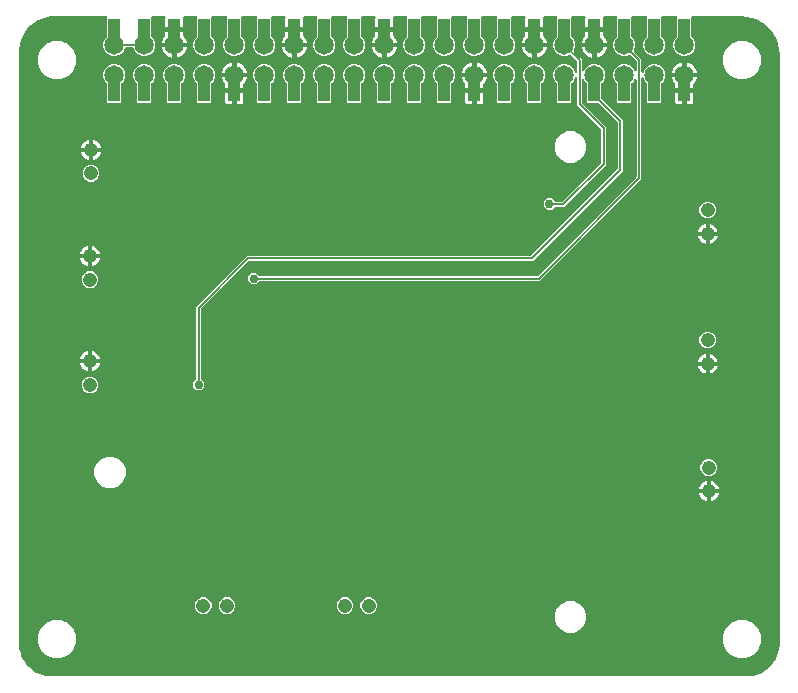
<source format=gbr>
G04 EAGLE Gerber RS-274X export*
G75*
%MOMM*%
%FSLAX34Y34*%
%LPD*%
%INBottom Copper*%
%IPPOS*%
%AMOC8*
5,1,8,0,0,1.08239X$1,22.5*%
G01*
%ADD10C,1.650000*%
%ADD11R,1.000000X1.800000*%
%ADD12C,1.208000*%
%ADD13C,0.203200*%
%ADD14C,0.756400*%

G36*
X620044Y3069D02*
X620044Y3069D01*
X620080Y3066D01*
X624135Y3385D01*
X624293Y3420D01*
X624369Y3432D01*
X632082Y5938D01*
X632337Y6063D01*
X632351Y6075D01*
X632365Y6082D01*
X638926Y10849D01*
X639131Y11047D01*
X639140Y11063D01*
X639151Y11074D01*
X643918Y17635D01*
X644051Y17886D01*
X644055Y17904D01*
X644062Y17918D01*
X646568Y25631D01*
X646596Y25791D01*
X646615Y25865D01*
X646934Y29920D01*
X646931Y29965D01*
X646937Y30000D01*
X646937Y530000D01*
X646932Y530037D01*
X646935Y530066D01*
X646671Y534103D01*
X646665Y534130D01*
X646665Y534155D01*
X646644Y534236D01*
X646638Y534299D01*
X644549Y542096D01*
X644467Y542288D01*
X644447Y542341D01*
X640411Y549332D01*
X640283Y549496D01*
X640250Y549542D01*
X634542Y555250D01*
X634376Y555375D01*
X634332Y555411D01*
X627341Y559447D01*
X627148Y559525D01*
X627096Y559549D01*
X619299Y561638D01*
X619177Y561653D01*
X619103Y561671D01*
X615066Y561935D01*
X615030Y561932D01*
X615000Y561937D01*
X573229Y561937D01*
X573200Y561933D01*
X573171Y561936D01*
X573060Y561913D01*
X572947Y561897D01*
X572921Y561885D01*
X572892Y561880D01*
X572791Y561827D01*
X572688Y561781D01*
X572666Y561762D01*
X572640Y561749D01*
X572557Y561671D01*
X572471Y561598D01*
X572455Y561573D01*
X572433Y561553D01*
X572376Y561455D01*
X572313Y561361D01*
X572305Y561333D01*
X572290Y561307D01*
X572262Y561198D01*
X572228Y561090D01*
X572227Y561060D01*
X572220Y561032D01*
X572223Y560919D01*
X572220Y560806D01*
X572228Y560777D01*
X572229Y560748D01*
X572264Y560640D01*
X572292Y560531D01*
X572301Y560516D01*
X572301Y545202D01*
X572309Y545145D01*
X572307Y545090D01*
X572315Y545062D01*
X572316Y545028D01*
X572333Y544976D01*
X572341Y544921D01*
X572367Y544862D01*
X572379Y544815D01*
X572391Y544794D01*
X572403Y544758D01*
X572431Y544719D01*
X572457Y544661D01*
X572502Y544608D01*
X572524Y544570D01*
X572562Y544535D01*
X572598Y544484D01*
X574142Y542940D01*
X575551Y539540D01*
X575551Y535860D01*
X574142Y532460D01*
X571540Y529858D01*
X568140Y528449D01*
X564460Y528449D01*
X561060Y529858D01*
X558458Y532460D01*
X557049Y535860D01*
X557049Y539540D01*
X558458Y542940D01*
X560002Y544484D01*
X560028Y544518D01*
X560042Y544531D01*
X560065Y544566D01*
X560114Y544618D01*
X560140Y544668D01*
X560173Y544712D01*
X560187Y544748D01*
X560200Y544767D01*
X560214Y544813D01*
X560244Y544871D01*
X560252Y544919D01*
X560274Y544977D01*
X560277Y545012D01*
X560285Y545038D01*
X560288Y545134D01*
X560299Y545202D01*
X560299Y560523D01*
X560321Y560591D01*
X560361Y560697D01*
X560363Y560726D01*
X560372Y560754D01*
X560375Y560867D01*
X560385Y560980D01*
X560379Y561009D01*
X560380Y561038D01*
X560351Y561148D01*
X560329Y561259D01*
X560315Y561285D01*
X560308Y561313D01*
X560250Y561410D01*
X560198Y561511D01*
X560178Y561533D01*
X560163Y561558D01*
X560080Y561635D01*
X560002Y561717D01*
X559977Y561732D01*
X559955Y561752D01*
X559854Y561804D01*
X559757Y561861D01*
X559728Y561868D01*
X559702Y561882D01*
X559625Y561895D01*
X559481Y561931D01*
X559419Y561929D01*
X559371Y561937D01*
X547829Y561937D01*
X547800Y561933D01*
X547771Y561936D01*
X547660Y561913D01*
X547547Y561897D01*
X547521Y561885D01*
X547492Y561880D01*
X547391Y561827D01*
X547288Y561781D01*
X547266Y561762D01*
X547240Y561749D01*
X547157Y561671D01*
X547071Y561598D01*
X547055Y561573D01*
X547033Y561553D01*
X546976Y561455D01*
X546913Y561361D01*
X546905Y561333D01*
X546890Y561307D01*
X546862Y561198D01*
X546828Y561090D01*
X546827Y561060D01*
X546820Y561032D01*
X546823Y560919D01*
X546820Y560806D01*
X546828Y560777D01*
X546829Y560748D01*
X546864Y560640D01*
X546892Y560531D01*
X546901Y560516D01*
X546901Y545202D01*
X546909Y545145D01*
X546907Y545090D01*
X546915Y545062D01*
X546916Y545028D01*
X546933Y544976D01*
X546941Y544921D01*
X546967Y544862D01*
X546979Y544815D01*
X546991Y544794D01*
X547003Y544758D01*
X547031Y544719D01*
X547057Y544661D01*
X547102Y544608D01*
X547124Y544570D01*
X547162Y544535D01*
X547198Y544484D01*
X548742Y542940D01*
X550151Y539540D01*
X550151Y535860D01*
X548742Y532460D01*
X546140Y529858D01*
X542740Y528449D01*
X539060Y528449D01*
X535660Y529858D01*
X533058Y532460D01*
X531649Y535860D01*
X531649Y539540D01*
X533058Y542940D01*
X534602Y544484D01*
X534628Y544518D01*
X534642Y544531D01*
X534665Y544566D01*
X534714Y544618D01*
X534740Y544668D01*
X534773Y544712D01*
X534787Y544748D01*
X534800Y544767D01*
X534814Y544813D01*
X534844Y544871D01*
X534852Y544919D01*
X534874Y544977D01*
X534877Y545012D01*
X534885Y545038D01*
X534888Y545134D01*
X534899Y545202D01*
X534899Y560523D01*
X534921Y560591D01*
X534961Y560697D01*
X534963Y560726D01*
X534972Y560754D01*
X534975Y560867D01*
X534985Y560980D01*
X534979Y561009D01*
X534980Y561038D01*
X534951Y561148D01*
X534929Y561259D01*
X534915Y561285D01*
X534908Y561313D01*
X534850Y561410D01*
X534798Y561511D01*
X534778Y561533D01*
X534763Y561558D01*
X534680Y561635D01*
X534602Y561717D01*
X534577Y561732D01*
X534555Y561752D01*
X534454Y561804D01*
X534357Y561861D01*
X534328Y561868D01*
X534302Y561882D01*
X534225Y561895D01*
X534081Y561931D01*
X534019Y561929D01*
X533971Y561937D01*
X522429Y561937D01*
X522400Y561933D01*
X522371Y561936D01*
X522260Y561913D01*
X522147Y561897D01*
X522121Y561885D01*
X522092Y561880D01*
X521991Y561827D01*
X521888Y561781D01*
X521866Y561762D01*
X521840Y561749D01*
X521757Y561671D01*
X521671Y561598D01*
X521655Y561573D01*
X521633Y561553D01*
X521576Y561455D01*
X521513Y561361D01*
X521505Y561333D01*
X521490Y561307D01*
X521462Y561198D01*
X521428Y561090D01*
X521427Y561060D01*
X521420Y561032D01*
X521423Y560919D01*
X521420Y560806D01*
X521428Y560777D01*
X521429Y560748D01*
X521464Y560640D01*
X521492Y560531D01*
X521501Y560516D01*
X521501Y545202D01*
X521509Y545145D01*
X521507Y545090D01*
X521515Y545062D01*
X521516Y545028D01*
X521533Y544976D01*
X521541Y544921D01*
X521567Y544862D01*
X521579Y544815D01*
X521591Y544794D01*
X521603Y544758D01*
X521631Y544719D01*
X521657Y544661D01*
X521702Y544608D01*
X521724Y544570D01*
X521762Y544535D01*
X521798Y544484D01*
X523342Y542940D01*
X524751Y539540D01*
X524751Y535860D01*
X523675Y533263D01*
X523675Y533262D01*
X523674Y533260D01*
X523640Y533126D01*
X523604Y532988D01*
X523604Y532986D01*
X523604Y532985D01*
X523608Y532842D01*
X523612Y532704D01*
X523613Y532702D01*
X523613Y532701D01*
X523656Y532568D01*
X523699Y532433D01*
X523700Y532432D01*
X523700Y532430D01*
X523709Y532418D01*
X523857Y532197D01*
X523881Y532177D01*
X523895Y532157D01*
X529907Y526145D01*
X529907Y515037D01*
X529919Y514952D01*
X529921Y514866D01*
X529939Y514812D01*
X529947Y514756D01*
X529982Y514677D01*
X530008Y514595D01*
X530040Y514548D01*
X530063Y514496D01*
X530118Y514431D01*
X530166Y514359D01*
X530210Y514323D01*
X530246Y514279D01*
X530318Y514232D01*
X530384Y514176D01*
X530436Y514153D01*
X530483Y514122D01*
X530565Y514096D01*
X530644Y514061D01*
X530700Y514053D01*
X530754Y514036D01*
X530840Y514034D01*
X530925Y514022D01*
X530981Y514030D01*
X531038Y514029D01*
X531121Y514050D01*
X531206Y514063D01*
X531258Y514086D01*
X531313Y514100D01*
X531387Y514144D01*
X531466Y514180D01*
X531509Y514217D01*
X531558Y514246D01*
X531617Y514308D01*
X531682Y514364D01*
X531708Y514406D01*
X531752Y514453D01*
X531818Y514582D01*
X531860Y514649D01*
X533058Y517540D01*
X535660Y520142D01*
X539060Y521551D01*
X542740Y521551D01*
X546140Y520142D01*
X548742Y517540D01*
X550151Y514140D01*
X550151Y510460D01*
X548742Y507060D01*
X547198Y505516D01*
X547146Y505446D01*
X547086Y505382D01*
X547060Y505332D01*
X547027Y505288D01*
X546996Y505207D01*
X546956Y505129D01*
X546948Y505081D01*
X546926Y505023D01*
X546914Y504875D01*
X546901Y504798D01*
X546901Y489585D01*
X546315Y488999D01*
X535485Y488999D01*
X534899Y489585D01*
X534899Y504798D01*
X534887Y504884D01*
X534884Y504972D01*
X534867Y505024D01*
X534859Y505079D01*
X534824Y505159D01*
X534797Y505242D01*
X534769Y505281D01*
X534743Y505339D01*
X534647Y505452D01*
X534602Y505516D01*
X533058Y507060D01*
X531860Y509951D01*
X531816Y510025D01*
X531781Y510104D01*
X531744Y510147D01*
X531715Y510196D01*
X531653Y510255D01*
X531597Y510321D01*
X531550Y510352D01*
X531509Y510391D01*
X531432Y510431D01*
X531361Y510478D01*
X531307Y510495D01*
X531256Y510522D01*
X531172Y510538D01*
X531090Y510564D01*
X531033Y510566D01*
X530977Y510577D01*
X530892Y510569D01*
X530806Y510571D01*
X530751Y510557D01*
X530694Y510552D01*
X530614Y510521D01*
X530531Y510500D01*
X530482Y510471D01*
X530429Y510450D01*
X530360Y510398D01*
X530286Y510354D01*
X530247Y510313D01*
X530202Y510278D01*
X530150Y510210D01*
X530092Y510147D01*
X530066Y510096D01*
X530032Y510051D01*
X530001Y509970D01*
X529962Y509894D01*
X529954Y509845D01*
X529931Y509785D01*
X529920Y509640D01*
X529907Y509563D01*
X529907Y424055D01*
X443835Y337983D01*
X207168Y337983D01*
X207081Y337971D01*
X206994Y337968D01*
X206941Y337951D01*
X206886Y337943D01*
X206806Y337908D01*
X206723Y337881D01*
X206684Y337853D01*
X206627Y337827D01*
X206513Y337731D01*
X206450Y337686D01*
X203981Y335217D01*
X200019Y335217D01*
X197217Y338019D01*
X197217Y341981D01*
X200019Y344783D01*
X203981Y344783D01*
X206450Y342314D01*
X206519Y342262D01*
X206583Y342202D01*
X206633Y342176D01*
X206677Y342143D01*
X206759Y342112D01*
X206837Y342072D01*
X206884Y342064D01*
X206943Y342042D01*
X207090Y342030D01*
X207168Y342017D01*
X441744Y342017D01*
X441831Y342029D01*
X441918Y342032D01*
X441971Y342049D01*
X442026Y342057D01*
X442105Y342092D01*
X442189Y342119D01*
X442228Y342147D01*
X442285Y342173D01*
X442398Y342269D01*
X442462Y342314D01*
X525576Y425428D01*
X525628Y425498D01*
X525688Y425562D01*
X525714Y425611D01*
X525747Y425655D01*
X525778Y425737D01*
X525818Y425815D01*
X525826Y425862D01*
X525848Y425921D01*
X525860Y426069D01*
X525873Y426146D01*
X525873Y508066D01*
X525861Y508151D01*
X525859Y508237D01*
X525841Y508291D01*
X525833Y508347D01*
X525798Y508426D01*
X525772Y508508D01*
X525740Y508555D01*
X525717Y508607D01*
X525662Y508672D01*
X525614Y508744D01*
X525570Y508780D01*
X525534Y508824D01*
X525462Y508871D01*
X525396Y508927D01*
X525344Y508950D01*
X525297Y508981D01*
X525215Y509007D01*
X525136Y509042D01*
X525080Y509050D01*
X525026Y509067D01*
X524940Y509069D01*
X524855Y509081D01*
X524799Y509073D01*
X524742Y509075D01*
X524659Y509053D01*
X524574Y509041D01*
X524522Y509017D01*
X524467Y509003D01*
X524393Y508959D01*
X524314Y508923D01*
X524271Y508887D01*
X524222Y508857D01*
X524163Y508795D01*
X524098Y508739D01*
X524072Y508697D01*
X524028Y508650D01*
X523962Y508521D01*
X523920Y508454D01*
X523342Y507060D01*
X521798Y505516D01*
X521746Y505446D01*
X521686Y505382D01*
X521660Y505332D01*
X521627Y505288D01*
X521596Y505207D01*
X521556Y505129D01*
X521548Y505081D01*
X521526Y505023D01*
X521514Y504875D01*
X521501Y504798D01*
X521501Y489585D01*
X520915Y488999D01*
X510085Y488999D01*
X509499Y489585D01*
X509499Y504798D01*
X509487Y504884D01*
X509484Y504972D01*
X509467Y505024D01*
X509459Y505079D01*
X509424Y505159D01*
X509397Y505242D01*
X509369Y505281D01*
X509343Y505339D01*
X509247Y505452D01*
X509202Y505516D01*
X507658Y507060D01*
X506249Y510460D01*
X506249Y514140D01*
X507658Y517540D01*
X510260Y520142D01*
X513660Y521551D01*
X517340Y521551D01*
X520740Y520142D01*
X523342Y517540D01*
X523920Y516146D01*
X523964Y516072D01*
X523999Y515993D01*
X524036Y515950D01*
X524065Y515901D01*
X524127Y515842D01*
X524183Y515776D01*
X524230Y515745D01*
X524271Y515706D01*
X524348Y515666D01*
X524419Y515619D01*
X524473Y515601D01*
X524524Y515575D01*
X524608Y515559D01*
X524690Y515533D01*
X524747Y515531D01*
X524803Y515520D01*
X524888Y515528D01*
X524974Y515525D01*
X525029Y515540D01*
X525086Y515545D01*
X525166Y515576D01*
X525249Y515597D01*
X525298Y515626D01*
X525351Y515647D01*
X525420Y515699D01*
X525494Y515743D01*
X525533Y515784D01*
X525578Y515818D01*
X525630Y515887D01*
X525688Y515950D01*
X525714Y516000D01*
X525748Y516046D01*
X525779Y516127D01*
X525818Y516203D01*
X525826Y516252D01*
X525849Y516312D01*
X525860Y516457D01*
X525873Y516534D01*
X525873Y524054D01*
X525861Y524141D01*
X525858Y524228D01*
X525841Y524281D01*
X525833Y524336D01*
X525798Y524415D01*
X525771Y524499D01*
X525743Y524538D01*
X525717Y524595D01*
X525621Y524708D01*
X525576Y524772D01*
X521043Y529305D01*
X521042Y529306D01*
X521041Y529307D01*
X520926Y529393D01*
X520816Y529476D01*
X520815Y529476D01*
X520813Y529477D01*
X520680Y529528D01*
X520550Y529577D01*
X520549Y529577D01*
X520547Y529578D01*
X520403Y529589D01*
X520267Y529600D01*
X520266Y529600D01*
X520264Y529600D01*
X520248Y529597D01*
X519988Y529545D01*
X519961Y529530D01*
X519937Y529525D01*
X517340Y528449D01*
X513660Y528449D01*
X510260Y529858D01*
X507658Y532460D01*
X506249Y535860D01*
X506249Y539540D01*
X507658Y542940D01*
X509202Y544484D01*
X509228Y544518D01*
X509242Y544531D01*
X509265Y544566D01*
X509314Y544618D01*
X509340Y544668D01*
X509373Y544712D01*
X509387Y544748D01*
X509400Y544767D01*
X509414Y544813D01*
X509444Y544871D01*
X509452Y544919D01*
X509474Y544977D01*
X509477Y545012D01*
X509485Y545038D01*
X509488Y545134D01*
X509499Y545202D01*
X509499Y560523D01*
X509521Y560591D01*
X509561Y560697D01*
X509563Y560726D01*
X509572Y560754D01*
X509575Y560867D01*
X509585Y560980D01*
X509579Y561009D01*
X509580Y561038D01*
X509551Y561148D01*
X509529Y561259D01*
X509515Y561285D01*
X509508Y561313D01*
X509450Y561410D01*
X509398Y561511D01*
X509378Y561533D01*
X509363Y561558D01*
X509280Y561635D01*
X509202Y561717D01*
X509177Y561732D01*
X509155Y561752D01*
X509054Y561804D01*
X508957Y561861D01*
X508928Y561868D01*
X508902Y561882D01*
X508825Y561895D01*
X508681Y561931D01*
X508619Y561929D01*
X508571Y561937D01*
X498534Y561937D01*
X498486Y561930D01*
X498437Y561933D01*
X498346Y561911D01*
X498253Y561897D01*
X498208Y561877D01*
X498161Y561866D01*
X498079Y561820D01*
X497993Y561781D01*
X497956Y561750D01*
X497914Y561726D01*
X497848Y561658D01*
X497776Y561598D01*
X497749Y561557D01*
X497715Y561522D01*
X497671Y561439D01*
X497619Y561361D01*
X497604Y561314D01*
X497581Y561271D01*
X497561Y561179D01*
X497533Y561090D01*
X497532Y561041D01*
X497522Y560993D01*
X497529Y560919D01*
X497526Y560806D01*
X497548Y560722D01*
X497554Y560659D01*
X497641Y560334D01*
X497641Y553031D01*
X491116Y553031D01*
X491058Y553023D01*
X491000Y553024D01*
X490918Y553003D01*
X490835Y552991D01*
X490781Y552967D01*
X490725Y552953D01*
X490652Y552910D01*
X490575Y552875D01*
X490531Y552837D01*
X490480Y552807D01*
X490423Y552746D01*
X490358Y552691D01*
X490326Y552643D01*
X490286Y552600D01*
X490247Y552525D01*
X490201Y552455D01*
X490183Y552399D01*
X490156Y552347D01*
X490145Y552279D01*
X490115Y552184D01*
X490112Y552084D01*
X490101Y552016D01*
X490101Y550999D01*
X490099Y550999D01*
X490099Y552016D01*
X490091Y552074D01*
X490092Y552132D01*
X490071Y552214D01*
X490059Y552297D01*
X490035Y552351D01*
X490021Y552407D01*
X489978Y552480D01*
X489943Y552557D01*
X489905Y552601D01*
X489875Y552652D01*
X489814Y552709D01*
X489759Y552774D01*
X489711Y552806D01*
X489668Y552846D01*
X489593Y552885D01*
X489523Y552931D01*
X489467Y552949D01*
X489415Y552976D01*
X489347Y552987D01*
X489252Y553017D01*
X489152Y553020D01*
X489084Y553031D01*
X482559Y553031D01*
X482559Y560334D01*
X482646Y560659D01*
X482652Y560708D01*
X482667Y560754D01*
X482669Y560848D01*
X482681Y560941D01*
X482673Y560990D01*
X482674Y561038D01*
X482650Y561129D01*
X482636Y561222D01*
X482615Y561266D01*
X482602Y561313D01*
X482554Y561394D01*
X482514Y561479D01*
X482482Y561516D01*
X482457Y561558D01*
X482389Y561622D01*
X482327Y561693D01*
X482285Y561719D01*
X482250Y561752D01*
X482166Y561795D01*
X482087Y561846D01*
X482040Y561860D01*
X481997Y561882D01*
X481924Y561894D01*
X481814Y561926D01*
X481728Y561927D01*
X481666Y561937D01*
X471629Y561937D01*
X471600Y561933D01*
X471571Y561936D01*
X471460Y561913D01*
X471347Y561897D01*
X471321Y561885D01*
X471292Y561880D01*
X471191Y561827D01*
X471088Y561781D01*
X471066Y561762D01*
X471040Y561749D01*
X470957Y561671D01*
X470871Y561598D01*
X470855Y561573D01*
X470833Y561553D01*
X470776Y561455D01*
X470713Y561361D01*
X470705Y561333D01*
X470690Y561307D01*
X470662Y561198D01*
X470628Y561090D01*
X470627Y561060D01*
X470620Y561032D01*
X470623Y560919D01*
X470620Y560806D01*
X470628Y560777D01*
X470629Y560748D01*
X470664Y560640D01*
X470692Y560531D01*
X470701Y560516D01*
X470701Y545202D01*
X470709Y545145D01*
X470707Y545090D01*
X470715Y545062D01*
X470716Y545028D01*
X470733Y544976D01*
X470741Y544921D01*
X470767Y544862D01*
X470779Y544815D01*
X470791Y544794D01*
X470803Y544758D01*
X470831Y544719D01*
X470857Y544661D01*
X470902Y544608D01*
X470924Y544570D01*
X470962Y544535D01*
X470998Y544484D01*
X472542Y542940D01*
X473951Y539540D01*
X473951Y535860D01*
X472875Y533263D01*
X472875Y533262D01*
X472874Y533260D01*
X472840Y533127D01*
X472804Y532988D01*
X472804Y532986D01*
X472804Y532985D01*
X472808Y532842D01*
X472812Y532704D01*
X472813Y532702D01*
X472813Y532701D01*
X472856Y532568D01*
X472899Y532433D01*
X472900Y532432D01*
X472900Y532430D01*
X472909Y532418D01*
X473057Y532197D01*
X473081Y532177D01*
X473095Y532157D01*
X478238Y527014D01*
X479717Y525535D01*
X479717Y516510D01*
X479729Y516425D01*
X479731Y516339D01*
X479749Y516285D01*
X479757Y516228D01*
X479792Y516150D01*
X479818Y516068D01*
X479850Y516021D01*
X479873Y515969D01*
X479928Y515903D01*
X479976Y515832D01*
X480020Y515795D01*
X480056Y515752D01*
X480128Y515704D01*
X480194Y515649D01*
X480246Y515626D01*
X480293Y515594D01*
X480375Y515568D01*
X480454Y515534D01*
X480510Y515526D01*
X480564Y515509D01*
X480650Y515506D01*
X480735Y515495D01*
X480791Y515503D01*
X480848Y515501D01*
X480931Y515523D01*
X481016Y515535D01*
X481068Y515559D01*
X481123Y515573D01*
X481197Y515617D01*
X481276Y515652D01*
X481319Y515689D01*
X481368Y515718D01*
X481427Y515781D01*
X481492Y515837D01*
X481518Y515879D01*
X481562Y515926D01*
X481628Y516055D01*
X481670Y516121D01*
X482258Y517540D01*
X484860Y520142D01*
X488260Y521551D01*
X491940Y521551D01*
X495340Y520142D01*
X497942Y517540D01*
X499351Y514140D01*
X499351Y510460D01*
X497942Y507060D01*
X496398Y505516D01*
X496346Y505446D01*
X496286Y505382D01*
X496260Y505332D01*
X496227Y505288D01*
X496196Y505207D01*
X496156Y505129D01*
X496148Y505081D01*
X496126Y505023D01*
X496114Y504875D01*
X496101Y504798D01*
X496101Y492272D01*
X496113Y492185D01*
X496116Y492098D01*
X496133Y492045D01*
X496141Y491990D01*
X496176Y491911D01*
X496203Y491827D01*
X496231Y491788D01*
X496257Y491731D01*
X496353Y491618D01*
X496398Y491554D01*
X514117Y473835D01*
X514117Y431165D01*
X438201Y355249D01*
X198256Y355249D01*
X198169Y355237D01*
X198082Y355234D01*
X198029Y355217D01*
X197974Y355209D01*
X197895Y355173D01*
X197811Y355146D01*
X197772Y355118D01*
X197715Y355093D01*
X197602Y354997D01*
X197538Y354952D01*
X157314Y314728D01*
X157262Y314658D01*
X157202Y314594D01*
X157176Y314545D01*
X157143Y314500D01*
X157112Y314419D01*
X157072Y314341D01*
X157064Y314293D01*
X157042Y314235D01*
X157030Y314087D01*
X157017Y314010D01*
X157017Y255168D01*
X157029Y255081D01*
X157032Y254994D01*
X157049Y254941D01*
X157057Y254886D01*
X157092Y254806D01*
X157119Y254723D01*
X157147Y254684D01*
X157173Y254627D01*
X157269Y254513D01*
X157314Y254450D01*
X159783Y251981D01*
X159783Y248019D01*
X156981Y245217D01*
X153019Y245217D01*
X150217Y248019D01*
X150217Y251981D01*
X152686Y254450D01*
X152738Y254519D01*
X152798Y254583D01*
X152824Y254633D01*
X152857Y254677D01*
X152888Y254759D01*
X152928Y254837D01*
X152936Y254884D01*
X152958Y254943D01*
X152970Y255090D01*
X152983Y255168D01*
X152983Y316101D01*
X196165Y359282D01*
X436110Y359282D01*
X436196Y359295D01*
X436284Y359297D01*
X436336Y359314D01*
X436391Y359322D01*
X436471Y359358D01*
X436554Y359385D01*
X436594Y359413D01*
X436651Y359438D01*
X436764Y359534D01*
X436828Y359580D01*
X509786Y432538D01*
X509838Y432608D01*
X509898Y432672D01*
X509924Y432721D01*
X509957Y432765D01*
X509988Y432847D01*
X510028Y432925D01*
X510036Y432972D01*
X510058Y433031D01*
X510070Y433179D01*
X510083Y433256D01*
X510083Y471744D01*
X510071Y471831D01*
X510068Y471918D01*
X510051Y471971D01*
X510043Y472026D01*
X510008Y472105D01*
X509981Y472189D01*
X509953Y472228D01*
X509927Y472285D01*
X509831Y472398D01*
X509786Y472462D01*
X493546Y488702D01*
X493476Y488754D01*
X493412Y488814D01*
X493363Y488840D01*
X493319Y488873D01*
X493237Y488904D01*
X493159Y488944D01*
X493112Y488952D01*
X493053Y488974D01*
X492905Y488986D01*
X492828Y488999D01*
X484685Y488999D01*
X484099Y489585D01*
X484099Y504798D01*
X484087Y504884D01*
X484084Y504972D01*
X484067Y505024D01*
X484059Y505079D01*
X484024Y505159D01*
X483997Y505242D01*
X483969Y505281D01*
X483943Y505339D01*
X483847Y505452D01*
X483802Y505516D01*
X482258Y507060D01*
X481670Y508479D01*
X481626Y508553D01*
X481591Y508631D01*
X481554Y508674D01*
X481525Y508723D01*
X481463Y508782D01*
X481407Y508848D01*
X481360Y508880D01*
X481319Y508919D01*
X481242Y508958D01*
X481171Y509006D01*
X481117Y509023D01*
X481066Y509049D01*
X480982Y509065D01*
X480900Y509091D01*
X480843Y509093D01*
X480787Y509104D01*
X480702Y509096D01*
X480616Y509099D01*
X480561Y509084D01*
X480504Y509079D01*
X480424Y509049D01*
X480341Y509027D01*
X480292Y508998D01*
X480239Y508977D01*
X480170Y508925D01*
X480096Y508882D01*
X480057Y508840D01*
X480012Y508806D01*
X479960Y508737D01*
X479902Y508674D01*
X479876Y508624D01*
X479842Y508578D01*
X479811Y508498D01*
X479772Y508421D01*
X479764Y508372D01*
X479741Y508312D01*
X479730Y508167D01*
X479717Y508090D01*
X479717Y488956D01*
X479729Y488869D01*
X479732Y488782D01*
X479749Y488729D01*
X479757Y488674D01*
X479792Y488595D01*
X479819Y488511D01*
X479847Y488472D01*
X479873Y488415D01*
X479969Y488302D01*
X480014Y488238D01*
X500017Y468235D01*
X500017Y436165D01*
X464835Y400983D01*
X457168Y400983D01*
X457081Y400971D01*
X456994Y400968D01*
X456941Y400951D01*
X456886Y400943D01*
X456806Y400908D01*
X456723Y400881D01*
X456684Y400853D01*
X456627Y400827D01*
X456514Y400731D01*
X456450Y400686D01*
X453981Y398217D01*
X450019Y398217D01*
X447217Y401019D01*
X447217Y404981D01*
X450019Y407783D01*
X453981Y407783D01*
X456450Y405314D01*
X456520Y405262D01*
X456583Y405202D01*
X456633Y405176D01*
X456677Y405143D01*
X456759Y405112D01*
X456837Y405072D01*
X456884Y405064D01*
X456943Y405042D01*
X457090Y405030D01*
X457168Y405017D01*
X462744Y405017D01*
X462831Y405029D01*
X462918Y405032D01*
X462971Y405049D01*
X463026Y405057D01*
X463105Y405092D01*
X463189Y405119D01*
X463228Y405147D01*
X463285Y405173D01*
X463398Y405269D01*
X463462Y405314D01*
X495686Y437538D01*
X495738Y437608D01*
X495798Y437672D01*
X495824Y437721D01*
X495857Y437765D01*
X495888Y437847D01*
X495928Y437925D01*
X495936Y437972D01*
X495958Y438031D01*
X495970Y438179D01*
X495983Y438256D01*
X495983Y466144D01*
X495971Y466231D01*
X495968Y466318D01*
X495951Y466371D01*
X495943Y466426D01*
X495908Y466505D01*
X495881Y466589D01*
X495853Y466628D01*
X495827Y466685D01*
X495731Y466798D01*
X495686Y466862D01*
X475683Y486865D01*
X475683Y509539D01*
X475671Y509624D01*
X475669Y509710D01*
X475651Y509764D01*
X475643Y509820D01*
X475608Y509898D01*
X475582Y509980D01*
X475550Y510028D01*
X475527Y510080D01*
X475472Y510145D01*
X475424Y510216D01*
X475380Y510253D01*
X475344Y510297D01*
X475272Y510344D01*
X475206Y510399D01*
X475154Y510423D01*
X475107Y510454D01*
X475025Y510480D01*
X474946Y510515D01*
X474890Y510523D01*
X474836Y510540D01*
X474750Y510542D01*
X474665Y510554D01*
X474609Y510546D01*
X474552Y510547D01*
X474469Y510525D01*
X474384Y510513D01*
X474332Y510490D01*
X474277Y510475D01*
X474203Y510432D01*
X474124Y510396D01*
X474081Y510359D01*
X474032Y510330D01*
X473973Y510267D01*
X473908Y510212D01*
X473882Y510170D01*
X473838Y510123D01*
X473772Y509994D01*
X473730Y509927D01*
X472542Y507060D01*
X470998Y505516D01*
X470946Y505446D01*
X470886Y505382D01*
X470860Y505332D01*
X470827Y505288D01*
X470796Y505207D01*
X470756Y505129D01*
X470748Y505081D01*
X470726Y505023D01*
X470714Y504875D01*
X470701Y504798D01*
X470701Y489585D01*
X470115Y488999D01*
X459285Y488999D01*
X458699Y489585D01*
X458699Y504798D01*
X458687Y504884D01*
X458684Y504972D01*
X458667Y505024D01*
X458659Y505079D01*
X458624Y505159D01*
X458597Y505242D01*
X458569Y505281D01*
X458543Y505339D01*
X458447Y505452D01*
X458402Y505516D01*
X456858Y507060D01*
X455449Y510460D01*
X455449Y514140D01*
X456858Y517540D01*
X459460Y520142D01*
X462860Y521551D01*
X466540Y521551D01*
X469940Y520142D01*
X472542Y517540D01*
X473730Y514673D01*
X473774Y514599D01*
X473809Y514520D01*
X473846Y514477D01*
X473875Y514428D01*
X473937Y514369D01*
X473993Y514303D01*
X474040Y514272D01*
X474081Y514233D01*
X474158Y514194D01*
X474229Y514146D01*
X474283Y514129D01*
X474334Y514103D01*
X474418Y514086D01*
X474500Y514060D01*
X474557Y514059D01*
X474613Y514048D01*
X474698Y514055D01*
X474784Y514053D01*
X474839Y514067D01*
X474896Y514072D01*
X474976Y514103D01*
X475059Y514125D01*
X475108Y514154D01*
X475161Y514174D01*
X475230Y514226D01*
X475304Y514270D01*
X475343Y514311D01*
X475388Y514346D01*
X475440Y514414D01*
X475498Y514477D01*
X475524Y514528D01*
X475558Y514573D01*
X475589Y514654D01*
X475628Y514730D01*
X475636Y514779D01*
X475659Y514839D01*
X475670Y514984D01*
X475683Y515061D01*
X475683Y523444D01*
X475671Y523531D01*
X475668Y523618D01*
X475651Y523671D01*
X475643Y523726D01*
X475608Y523805D01*
X475581Y523889D01*
X475553Y523928D01*
X475527Y523985D01*
X475431Y524098D01*
X475386Y524162D01*
X470243Y529305D01*
X470242Y529306D01*
X470241Y529307D01*
X470127Y529392D01*
X470016Y529476D01*
X470014Y529476D01*
X470013Y529477D01*
X469881Y529527D01*
X469750Y529577D01*
X469749Y529577D01*
X469747Y529578D01*
X469603Y529589D01*
X469467Y529600D01*
X469466Y529600D01*
X469464Y529600D01*
X469448Y529597D01*
X469188Y529545D01*
X469161Y529530D01*
X469137Y529525D01*
X466540Y528449D01*
X462860Y528449D01*
X459460Y529858D01*
X456858Y532460D01*
X455449Y535860D01*
X455449Y539540D01*
X456858Y542940D01*
X458402Y544484D01*
X458428Y544518D01*
X458442Y544531D01*
X458465Y544566D01*
X458514Y544618D01*
X458540Y544668D01*
X458573Y544712D01*
X458587Y544748D01*
X458600Y544767D01*
X458614Y544813D01*
X458644Y544871D01*
X458652Y544919D01*
X458674Y544977D01*
X458677Y545012D01*
X458685Y545038D01*
X458688Y545134D01*
X458699Y545202D01*
X458699Y560523D01*
X458721Y560591D01*
X458761Y560697D01*
X458763Y560726D01*
X458772Y560754D01*
X458775Y560867D01*
X458785Y560980D01*
X458779Y561009D01*
X458780Y561038D01*
X458751Y561148D01*
X458729Y561259D01*
X458715Y561285D01*
X458708Y561313D01*
X458650Y561410D01*
X458598Y561511D01*
X458578Y561533D01*
X458563Y561558D01*
X458480Y561635D01*
X458402Y561717D01*
X458377Y561732D01*
X458355Y561752D01*
X458254Y561804D01*
X458157Y561861D01*
X458128Y561868D01*
X458102Y561882D01*
X458025Y561895D01*
X457881Y561931D01*
X457819Y561929D01*
X457771Y561937D01*
X447734Y561937D01*
X447686Y561930D01*
X447637Y561933D01*
X447546Y561911D01*
X447453Y561897D01*
X447408Y561877D01*
X447361Y561866D01*
X447279Y561820D01*
X447193Y561781D01*
X447156Y561750D01*
X447114Y561726D01*
X447048Y561658D01*
X446976Y561598D01*
X446949Y561557D01*
X446915Y561522D01*
X446871Y561439D01*
X446819Y561361D01*
X446804Y561314D01*
X446781Y561271D01*
X446761Y561179D01*
X446733Y561090D01*
X446732Y561041D01*
X446722Y560993D01*
X446729Y560919D01*
X446726Y560806D01*
X446748Y560722D01*
X446754Y560659D01*
X446841Y560334D01*
X446841Y553031D01*
X440316Y553031D01*
X440258Y553023D01*
X440200Y553024D01*
X440118Y553003D01*
X440035Y552991D01*
X439981Y552967D01*
X439925Y552953D01*
X439852Y552910D01*
X439775Y552875D01*
X439731Y552837D01*
X439680Y552807D01*
X439623Y552746D01*
X439558Y552691D01*
X439526Y552643D01*
X439486Y552600D01*
X439447Y552525D01*
X439401Y552455D01*
X439383Y552399D01*
X439356Y552347D01*
X439345Y552279D01*
X439315Y552184D01*
X439312Y552084D01*
X439301Y552016D01*
X439301Y550999D01*
X439299Y550999D01*
X439299Y552016D01*
X439291Y552074D01*
X439292Y552132D01*
X439271Y552214D01*
X439259Y552297D01*
X439235Y552351D01*
X439221Y552407D01*
X439178Y552480D01*
X439143Y552557D01*
X439105Y552601D01*
X439075Y552652D01*
X439014Y552709D01*
X438959Y552774D01*
X438911Y552806D01*
X438868Y552846D01*
X438793Y552885D01*
X438723Y552931D01*
X438667Y552949D01*
X438615Y552976D01*
X438547Y552987D01*
X438452Y553017D01*
X438352Y553020D01*
X438284Y553031D01*
X431759Y553031D01*
X431759Y560334D01*
X431846Y560659D01*
X431852Y560708D01*
X431867Y560754D01*
X431869Y560848D01*
X431881Y560941D01*
X431873Y560990D01*
X431874Y561038D01*
X431850Y561129D01*
X431836Y561222D01*
X431815Y561266D01*
X431802Y561313D01*
X431754Y561394D01*
X431714Y561479D01*
X431682Y561516D01*
X431657Y561558D01*
X431589Y561622D01*
X431527Y561693D01*
X431485Y561719D01*
X431450Y561752D01*
X431366Y561795D01*
X431287Y561846D01*
X431240Y561860D01*
X431197Y561882D01*
X431124Y561894D01*
X431014Y561926D01*
X430928Y561927D01*
X430866Y561937D01*
X420829Y561937D01*
X420800Y561933D01*
X420771Y561936D01*
X420660Y561913D01*
X420547Y561897D01*
X420521Y561885D01*
X420492Y561880D01*
X420391Y561827D01*
X420288Y561781D01*
X420266Y561762D01*
X420240Y561749D01*
X420157Y561671D01*
X420071Y561598D01*
X420055Y561573D01*
X420033Y561553D01*
X419976Y561455D01*
X419913Y561361D01*
X419905Y561333D01*
X419890Y561307D01*
X419862Y561198D01*
X419828Y561090D01*
X419827Y561060D01*
X419820Y561032D01*
X419823Y560919D01*
X419820Y560806D01*
X419828Y560777D01*
X419829Y560748D01*
X419864Y560640D01*
X419892Y560531D01*
X419901Y560516D01*
X419901Y545202D01*
X419909Y545145D01*
X419907Y545090D01*
X419915Y545062D01*
X419916Y545028D01*
X419933Y544976D01*
X419941Y544921D01*
X419967Y544862D01*
X419979Y544815D01*
X419991Y544794D01*
X420003Y544758D01*
X420031Y544719D01*
X420057Y544661D01*
X420102Y544608D01*
X420124Y544570D01*
X420162Y544535D01*
X420198Y544484D01*
X421742Y542940D01*
X423151Y539540D01*
X423151Y535860D01*
X421742Y532460D01*
X419140Y529858D01*
X415740Y528449D01*
X412060Y528449D01*
X408660Y529858D01*
X406058Y532460D01*
X404649Y535860D01*
X404649Y539540D01*
X406058Y542940D01*
X407602Y544484D01*
X407628Y544518D01*
X407642Y544531D01*
X407665Y544566D01*
X407714Y544618D01*
X407740Y544668D01*
X407773Y544712D01*
X407787Y544748D01*
X407800Y544767D01*
X407814Y544813D01*
X407844Y544871D01*
X407852Y544919D01*
X407874Y544977D01*
X407877Y545012D01*
X407885Y545038D01*
X407888Y545134D01*
X407899Y545202D01*
X407899Y560523D01*
X407921Y560591D01*
X407961Y560697D01*
X407963Y560726D01*
X407972Y560754D01*
X407975Y560867D01*
X407985Y560980D01*
X407979Y561009D01*
X407980Y561038D01*
X407951Y561148D01*
X407929Y561259D01*
X407915Y561285D01*
X407908Y561313D01*
X407850Y561410D01*
X407798Y561511D01*
X407778Y561533D01*
X407763Y561558D01*
X407680Y561635D01*
X407602Y561717D01*
X407577Y561732D01*
X407555Y561752D01*
X407454Y561804D01*
X407357Y561861D01*
X407328Y561868D01*
X407302Y561882D01*
X407225Y561895D01*
X407081Y561931D01*
X407019Y561929D01*
X406971Y561937D01*
X395429Y561937D01*
X395400Y561933D01*
X395371Y561936D01*
X395260Y561913D01*
X395147Y561897D01*
X395121Y561885D01*
X395092Y561880D01*
X394991Y561827D01*
X394888Y561781D01*
X394866Y561762D01*
X394840Y561749D01*
X394757Y561671D01*
X394671Y561598D01*
X394655Y561573D01*
X394633Y561553D01*
X394576Y561455D01*
X394513Y561361D01*
X394505Y561333D01*
X394490Y561307D01*
X394462Y561198D01*
X394428Y561090D01*
X394427Y561060D01*
X394420Y561032D01*
X394423Y560919D01*
X394420Y560806D01*
X394428Y560777D01*
X394429Y560748D01*
X394464Y560640D01*
X394492Y560531D01*
X394501Y560516D01*
X394501Y545202D01*
X394509Y545145D01*
X394507Y545090D01*
X394515Y545062D01*
X394516Y545028D01*
X394533Y544976D01*
X394541Y544921D01*
X394567Y544862D01*
X394579Y544815D01*
X394591Y544794D01*
X394603Y544758D01*
X394631Y544719D01*
X394657Y544661D01*
X394702Y544608D01*
X394724Y544570D01*
X394762Y544535D01*
X394798Y544484D01*
X396342Y542940D01*
X397751Y539540D01*
X397751Y535860D01*
X396342Y532460D01*
X393740Y529858D01*
X390340Y528449D01*
X386660Y528449D01*
X383260Y529858D01*
X380658Y532460D01*
X379249Y535860D01*
X379249Y539540D01*
X380658Y542940D01*
X382202Y544484D01*
X382228Y544518D01*
X382242Y544531D01*
X382265Y544566D01*
X382314Y544618D01*
X382340Y544668D01*
X382373Y544712D01*
X382387Y544748D01*
X382400Y544767D01*
X382414Y544813D01*
X382444Y544871D01*
X382452Y544919D01*
X382474Y544977D01*
X382477Y545012D01*
X382485Y545038D01*
X382488Y545134D01*
X382499Y545202D01*
X382499Y560523D01*
X382521Y560591D01*
X382561Y560697D01*
X382563Y560726D01*
X382572Y560754D01*
X382575Y560867D01*
X382585Y560980D01*
X382579Y561009D01*
X382580Y561038D01*
X382551Y561148D01*
X382529Y561259D01*
X382515Y561285D01*
X382508Y561313D01*
X382450Y561410D01*
X382398Y561511D01*
X382378Y561533D01*
X382363Y561558D01*
X382280Y561635D01*
X382202Y561717D01*
X382177Y561732D01*
X382155Y561752D01*
X382054Y561804D01*
X381957Y561861D01*
X381928Y561868D01*
X381902Y561882D01*
X381825Y561895D01*
X381681Y561931D01*
X381619Y561929D01*
X381571Y561937D01*
X370029Y561937D01*
X370000Y561933D01*
X369971Y561936D01*
X369860Y561913D01*
X369747Y561897D01*
X369721Y561885D01*
X369692Y561880D01*
X369591Y561827D01*
X369488Y561781D01*
X369466Y561762D01*
X369440Y561749D01*
X369357Y561671D01*
X369271Y561598D01*
X369255Y561573D01*
X369233Y561553D01*
X369176Y561455D01*
X369113Y561361D01*
X369105Y561333D01*
X369090Y561307D01*
X369062Y561198D01*
X369028Y561090D01*
X369027Y561060D01*
X369020Y561032D01*
X369023Y560919D01*
X369020Y560806D01*
X369028Y560777D01*
X369029Y560748D01*
X369064Y560640D01*
X369092Y560531D01*
X369101Y560516D01*
X369101Y545202D01*
X369109Y545145D01*
X369107Y545090D01*
X369115Y545062D01*
X369116Y545028D01*
X369133Y544976D01*
X369141Y544921D01*
X369167Y544862D01*
X369179Y544815D01*
X369191Y544794D01*
X369203Y544758D01*
X369231Y544719D01*
X369257Y544661D01*
X369302Y544608D01*
X369324Y544570D01*
X369362Y544535D01*
X369398Y544484D01*
X370942Y542940D01*
X372351Y539540D01*
X372351Y535860D01*
X370942Y532460D01*
X368340Y529858D01*
X364940Y528449D01*
X361260Y528449D01*
X357860Y529858D01*
X355258Y532460D01*
X353849Y535860D01*
X353849Y539540D01*
X355258Y542940D01*
X356802Y544484D01*
X356828Y544518D01*
X356842Y544531D01*
X356865Y544566D01*
X356914Y544618D01*
X356940Y544668D01*
X356973Y544712D01*
X356987Y544748D01*
X357000Y544767D01*
X357014Y544813D01*
X357044Y544871D01*
X357052Y544919D01*
X357074Y544977D01*
X357077Y545012D01*
X357085Y545038D01*
X357088Y545134D01*
X357099Y545202D01*
X357099Y560523D01*
X357121Y560591D01*
X357161Y560697D01*
X357163Y560726D01*
X357172Y560754D01*
X357175Y560867D01*
X357185Y560980D01*
X357179Y561009D01*
X357180Y561038D01*
X357151Y561148D01*
X357129Y561259D01*
X357115Y561285D01*
X357108Y561313D01*
X357050Y561410D01*
X356998Y561511D01*
X356978Y561533D01*
X356963Y561558D01*
X356880Y561635D01*
X356802Y561717D01*
X356777Y561732D01*
X356755Y561752D01*
X356654Y561804D01*
X356557Y561861D01*
X356528Y561868D01*
X356502Y561882D01*
X356425Y561895D01*
X356281Y561931D01*
X356219Y561929D01*
X356171Y561937D01*
X344629Y561937D01*
X344600Y561933D01*
X344571Y561936D01*
X344460Y561913D01*
X344347Y561897D01*
X344321Y561885D01*
X344292Y561880D01*
X344191Y561827D01*
X344088Y561781D01*
X344066Y561762D01*
X344040Y561749D01*
X343957Y561671D01*
X343871Y561598D01*
X343855Y561573D01*
X343833Y561553D01*
X343776Y561455D01*
X343713Y561361D01*
X343705Y561333D01*
X343690Y561307D01*
X343662Y561198D01*
X343628Y561090D01*
X343627Y561060D01*
X343620Y561032D01*
X343623Y560919D01*
X343620Y560806D01*
X343628Y560777D01*
X343629Y560748D01*
X343664Y560640D01*
X343692Y560531D01*
X343701Y560516D01*
X343701Y545202D01*
X343709Y545145D01*
X343707Y545090D01*
X343715Y545062D01*
X343716Y545028D01*
X343733Y544976D01*
X343741Y544921D01*
X343767Y544862D01*
X343779Y544815D01*
X343791Y544794D01*
X343803Y544758D01*
X343831Y544719D01*
X343857Y544661D01*
X343902Y544608D01*
X343924Y544570D01*
X343962Y544535D01*
X343998Y544484D01*
X345542Y542940D01*
X346951Y539540D01*
X346951Y535860D01*
X345542Y532460D01*
X342940Y529858D01*
X339540Y528449D01*
X335860Y528449D01*
X332460Y529858D01*
X329858Y532460D01*
X328449Y535860D01*
X328449Y539540D01*
X329858Y542940D01*
X331402Y544484D01*
X331428Y544518D01*
X331442Y544531D01*
X331465Y544566D01*
X331514Y544618D01*
X331540Y544668D01*
X331573Y544712D01*
X331587Y544748D01*
X331600Y544767D01*
X331614Y544813D01*
X331644Y544871D01*
X331652Y544919D01*
X331674Y544977D01*
X331677Y545012D01*
X331685Y545038D01*
X331688Y545134D01*
X331699Y545202D01*
X331699Y560523D01*
X331721Y560591D01*
X331761Y560697D01*
X331763Y560726D01*
X331772Y560754D01*
X331775Y560867D01*
X331785Y560980D01*
X331779Y561009D01*
X331780Y561038D01*
X331751Y561148D01*
X331729Y561259D01*
X331715Y561285D01*
X331708Y561313D01*
X331650Y561410D01*
X331598Y561511D01*
X331578Y561533D01*
X331563Y561558D01*
X331480Y561635D01*
X331402Y561717D01*
X331377Y561732D01*
X331355Y561752D01*
X331254Y561804D01*
X331157Y561861D01*
X331128Y561868D01*
X331102Y561882D01*
X331025Y561895D01*
X330881Y561931D01*
X330819Y561929D01*
X330771Y561937D01*
X320734Y561937D01*
X320686Y561930D01*
X320637Y561933D01*
X320546Y561911D01*
X320453Y561897D01*
X320408Y561877D01*
X320361Y561866D01*
X320279Y561820D01*
X320193Y561781D01*
X320156Y561750D01*
X320114Y561726D01*
X320048Y561658D01*
X319976Y561598D01*
X319949Y561557D01*
X319915Y561522D01*
X319871Y561439D01*
X319819Y561361D01*
X319804Y561314D01*
X319781Y561271D01*
X319761Y561179D01*
X319733Y561090D01*
X319732Y561041D01*
X319722Y560993D01*
X319729Y560919D01*
X319726Y560806D01*
X319748Y560722D01*
X319754Y560659D01*
X319841Y560334D01*
X319841Y553031D01*
X313316Y553031D01*
X313258Y553023D01*
X313200Y553024D01*
X313118Y553003D01*
X313035Y552991D01*
X312981Y552967D01*
X312925Y552953D01*
X312852Y552910D01*
X312775Y552875D01*
X312731Y552837D01*
X312680Y552807D01*
X312623Y552746D01*
X312558Y552691D01*
X312526Y552643D01*
X312486Y552600D01*
X312447Y552525D01*
X312401Y552455D01*
X312383Y552399D01*
X312356Y552347D01*
X312345Y552279D01*
X312315Y552184D01*
X312312Y552084D01*
X312301Y552016D01*
X312301Y550999D01*
X312299Y550999D01*
X312299Y552016D01*
X312291Y552074D01*
X312292Y552132D01*
X312271Y552214D01*
X312259Y552297D01*
X312235Y552351D01*
X312221Y552407D01*
X312178Y552480D01*
X312143Y552557D01*
X312105Y552601D01*
X312075Y552652D01*
X312014Y552709D01*
X311959Y552774D01*
X311911Y552806D01*
X311868Y552846D01*
X311793Y552885D01*
X311723Y552931D01*
X311667Y552949D01*
X311615Y552976D01*
X311547Y552987D01*
X311452Y553017D01*
X311352Y553020D01*
X311284Y553031D01*
X304759Y553031D01*
X304759Y560334D01*
X304846Y560659D01*
X304852Y560708D01*
X304867Y560754D01*
X304869Y560848D01*
X304881Y560941D01*
X304873Y560990D01*
X304874Y561038D01*
X304850Y561129D01*
X304836Y561222D01*
X304815Y561266D01*
X304802Y561313D01*
X304754Y561394D01*
X304714Y561479D01*
X304682Y561516D01*
X304657Y561558D01*
X304589Y561622D01*
X304527Y561693D01*
X304485Y561719D01*
X304450Y561752D01*
X304366Y561795D01*
X304287Y561846D01*
X304240Y561860D01*
X304197Y561882D01*
X304124Y561894D01*
X304014Y561926D01*
X303928Y561927D01*
X303866Y561937D01*
X293829Y561937D01*
X293800Y561933D01*
X293771Y561936D01*
X293660Y561913D01*
X293547Y561897D01*
X293521Y561885D01*
X293492Y561880D01*
X293391Y561827D01*
X293288Y561781D01*
X293266Y561762D01*
X293240Y561749D01*
X293157Y561671D01*
X293071Y561598D01*
X293055Y561573D01*
X293033Y561553D01*
X292976Y561455D01*
X292913Y561361D01*
X292905Y561333D01*
X292890Y561307D01*
X292862Y561198D01*
X292828Y561090D01*
X292827Y561060D01*
X292820Y561032D01*
X292823Y560919D01*
X292820Y560806D01*
X292828Y560777D01*
X292829Y560748D01*
X292864Y560640D01*
X292892Y560531D01*
X292901Y560516D01*
X292901Y545202D01*
X292909Y545145D01*
X292907Y545090D01*
X292915Y545062D01*
X292916Y545028D01*
X292933Y544976D01*
X292941Y544921D01*
X292967Y544862D01*
X292979Y544815D01*
X292991Y544794D01*
X293003Y544758D01*
X293031Y544719D01*
X293057Y544661D01*
X293102Y544608D01*
X293124Y544570D01*
X293162Y544535D01*
X293198Y544484D01*
X294742Y542940D01*
X296151Y539540D01*
X296151Y535860D01*
X294742Y532460D01*
X292140Y529858D01*
X288740Y528449D01*
X285060Y528449D01*
X281660Y529858D01*
X279058Y532460D01*
X277649Y535860D01*
X277649Y539540D01*
X279058Y542940D01*
X280602Y544484D01*
X280628Y544518D01*
X280642Y544531D01*
X280665Y544566D01*
X280714Y544618D01*
X280740Y544668D01*
X280773Y544712D01*
X280787Y544748D01*
X280800Y544767D01*
X280814Y544813D01*
X280844Y544871D01*
X280852Y544919D01*
X280874Y544977D01*
X280877Y545012D01*
X280885Y545038D01*
X280888Y545134D01*
X280899Y545202D01*
X280899Y560523D01*
X280921Y560591D01*
X280961Y560697D01*
X280963Y560726D01*
X280972Y560754D01*
X280975Y560867D01*
X280985Y560980D01*
X280979Y561009D01*
X280980Y561038D01*
X280951Y561148D01*
X280929Y561259D01*
X280915Y561285D01*
X280908Y561313D01*
X280850Y561410D01*
X280798Y561511D01*
X280778Y561533D01*
X280763Y561558D01*
X280680Y561635D01*
X280602Y561717D01*
X280577Y561732D01*
X280555Y561752D01*
X280454Y561804D01*
X280357Y561861D01*
X280328Y561868D01*
X280302Y561882D01*
X280225Y561895D01*
X280081Y561931D01*
X280019Y561929D01*
X279971Y561937D01*
X268429Y561937D01*
X268400Y561933D01*
X268371Y561936D01*
X268260Y561913D01*
X268147Y561897D01*
X268121Y561885D01*
X268092Y561880D01*
X267991Y561827D01*
X267888Y561781D01*
X267866Y561762D01*
X267840Y561749D01*
X267757Y561671D01*
X267671Y561598D01*
X267655Y561573D01*
X267633Y561553D01*
X267576Y561455D01*
X267513Y561361D01*
X267505Y561333D01*
X267490Y561307D01*
X267462Y561198D01*
X267428Y561090D01*
X267427Y561060D01*
X267420Y561032D01*
X267423Y560919D01*
X267420Y560806D01*
X267428Y560777D01*
X267429Y560748D01*
X267464Y560640D01*
X267492Y560531D01*
X267501Y560516D01*
X267501Y545202D01*
X267509Y545145D01*
X267507Y545090D01*
X267515Y545062D01*
X267516Y545028D01*
X267533Y544976D01*
X267541Y544921D01*
X267567Y544862D01*
X267579Y544815D01*
X267591Y544794D01*
X267603Y544758D01*
X267631Y544719D01*
X267657Y544661D01*
X267702Y544608D01*
X267724Y544570D01*
X267762Y544535D01*
X267798Y544484D01*
X269342Y542940D01*
X270751Y539540D01*
X270751Y535860D01*
X269342Y532460D01*
X266740Y529858D01*
X263340Y528449D01*
X259660Y528449D01*
X256260Y529858D01*
X253658Y532460D01*
X252249Y535860D01*
X252249Y539540D01*
X253658Y542940D01*
X255202Y544484D01*
X255228Y544518D01*
X255242Y544531D01*
X255265Y544566D01*
X255314Y544618D01*
X255340Y544668D01*
X255373Y544712D01*
X255387Y544748D01*
X255400Y544767D01*
X255414Y544813D01*
X255444Y544871D01*
X255452Y544919D01*
X255474Y544977D01*
X255477Y545012D01*
X255485Y545038D01*
X255488Y545134D01*
X255499Y545202D01*
X255499Y560523D01*
X255521Y560591D01*
X255561Y560697D01*
X255563Y560726D01*
X255572Y560754D01*
X255575Y560867D01*
X255585Y560980D01*
X255579Y561009D01*
X255580Y561038D01*
X255551Y561148D01*
X255529Y561259D01*
X255515Y561285D01*
X255508Y561313D01*
X255450Y561410D01*
X255398Y561511D01*
X255378Y561533D01*
X255363Y561558D01*
X255280Y561635D01*
X255202Y561717D01*
X255177Y561732D01*
X255155Y561752D01*
X255054Y561804D01*
X254957Y561861D01*
X254928Y561868D01*
X254902Y561882D01*
X254825Y561895D01*
X254681Y561931D01*
X254619Y561929D01*
X254571Y561937D01*
X244534Y561937D01*
X244486Y561930D01*
X244437Y561933D01*
X244346Y561911D01*
X244253Y561897D01*
X244208Y561877D01*
X244161Y561866D01*
X244079Y561820D01*
X243993Y561781D01*
X243956Y561750D01*
X243914Y561726D01*
X243848Y561658D01*
X243776Y561598D01*
X243749Y561557D01*
X243715Y561522D01*
X243671Y561439D01*
X243619Y561361D01*
X243604Y561314D01*
X243581Y561271D01*
X243561Y561179D01*
X243533Y561090D01*
X243532Y561041D01*
X243522Y560993D01*
X243529Y560919D01*
X243526Y560806D01*
X243548Y560722D01*
X243554Y560659D01*
X243641Y560334D01*
X243641Y553031D01*
X237116Y553031D01*
X237058Y553023D01*
X237000Y553024D01*
X236918Y553003D01*
X236835Y552991D01*
X236781Y552967D01*
X236725Y552953D01*
X236652Y552910D01*
X236575Y552875D01*
X236531Y552837D01*
X236480Y552807D01*
X236423Y552746D01*
X236358Y552691D01*
X236326Y552643D01*
X236286Y552600D01*
X236247Y552525D01*
X236201Y552455D01*
X236183Y552399D01*
X236156Y552347D01*
X236145Y552279D01*
X236115Y552184D01*
X236112Y552084D01*
X236101Y552016D01*
X236101Y550999D01*
X236099Y550999D01*
X236099Y552016D01*
X236091Y552074D01*
X236092Y552132D01*
X236071Y552214D01*
X236059Y552297D01*
X236035Y552351D01*
X236021Y552407D01*
X235978Y552480D01*
X235943Y552557D01*
X235905Y552601D01*
X235875Y552652D01*
X235814Y552709D01*
X235759Y552774D01*
X235711Y552806D01*
X235668Y552846D01*
X235593Y552885D01*
X235523Y552931D01*
X235467Y552949D01*
X235415Y552976D01*
X235347Y552987D01*
X235252Y553017D01*
X235152Y553020D01*
X235084Y553031D01*
X228559Y553031D01*
X228559Y560334D01*
X228646Y560659D01*
X228652Y560708D01*
X228667Y560754D01*
X228669Y560848D01*
X228681Y560941D01*
X228673Y560990D01*
X228674Y561038D01*
X228650Y561129D01*
X228636Y561222D01*
X228615Y561266D01*
X228602Y561313D01*
X228554Y561394D01*
X228514Y561479D01*
X228482Y561516D01*
X228457Y561558D01*
X228389Y561622D01*
X228327Y561693D01*
X228285Y561719D01*
X228250Y561752D01*
X228166Y561795D01*
X228087Y561846D01*
X228040Y561860D01*
X227997Y561882D01*
X227924Y561894D01*
X227814Y561926D01*
X227728Y561927D01*
X227666Y561937D01*
X217629Y561937D01*
X217600Y561933D01*
X217571Y561936D01*
X217460Y561913D01*
X217347Y561897D01*
X217321Y561885D01*
X217292Y561880D01*
X217191Y561827D01*
X217088Y561781D01*
X217066Y561762D01*
X217040Y561749D01*
X216957Y561671D01*
X216871Y561598D01*
X216855Y561573D01*
X216833Y561553D01*
X216776Y561455D01*
X216713Y561361D01*
X216705Y561333D01*
X216690Y561307D01*
X216662Y561198D01*
X216628Y561090D01*
X216627Y561060D01*
X216620Y561032D01*
X216623Y560919D01*
X216620Y560806D01*
X216628Y560777D01*
X216629Y560748D01*
X216664Y560640D01*
X216692Y560531D01*
X216701Y560516D01*
X216701Y545202D01*
X216709Y545145D01*
X216707Y545090D01*
X216715Y545062D01*
X216716Y545028D01*
X216733Y544976D01*
X216741Y544921D01*
X216767Y544862D01*
X216779Y544815D01*
X216791Y544794D01*
X216803Y544758D01*
X216831Y544719D01*
X216857Y544661D01*
X216902Y544608D01*
X216924Y544570D01*
X216962Y544535D01*
X216998Y544484D01*
X218542Y542940D01*
X219951Y539540D01*
X219951Y535860D01*
X218542Y532460D01*
X215940Y529858D01*
X212540Y528449D01*
X208860Y528449D01*
X205460Y529858D01*
X202858Y532460D01*
X201449Y535860D01*
X201449Y539540D01*
X202858Y542940D01*
X204402Y544484D01*
X204428Y544518D01*
X204442Y544531D01*
X204465Y544566D01*
X204514Y544618D01*
X204540Y544668D01*
X204573Y544712D01*
X204587Y544748D01*
X204600Y544767D01*
X204614Y544813D01*
X204644Y544871D01*
X204652Y544919D01*
X204674Y544977D01*
X204677Y545012D01*
X204685Y545038D01*
X204688Y545134D01*
X204699Y545202D01*
X204699Y560523D01*
X204721Y560591D01*
X204761Y560697D01*
X204763Y560726D01*
X204772Y560754D01*
X204775Y560867D01*
X204785Y560980D01*
X204779Y561009D01*
X204780Y561038D01*
X204751Y561148D01*
X204729Y561259D01*
X204715Y561285D01*
X204708Y561313D01*
X204650Y561410D01*
X204598Y561511D01*
X204578Y561533D01*
X204563Y561558D01*
X204480Y561635D01*
X204402Y561717D01*
X204377Y561732D01*
X204355Y561752D01*
X204254Y561804D01*
X204157Y561861D01*
X204128Y561868D01*
X204102Y561882D01*
X204025Y561895D01*
X203881Y561931D01*
X203819Y561929D01*
X203771Y561937D01*
X192229Y561937D01*
X192200Y561933D01*
X192171Y561936D01*
X192060Y561913D01*
X191947Y561897D01*
X191921Y561885D01*
X191892Y561880D01*
X191791Y561827D01*
X191688Y561781D01*
X191666Y561762D01*
X191640Y561749D01*
X191557Y561671D01*
X191471Y561598D01*
X191455Y561573D01*
X191433Y561553D01*
X191376Y561455D01*
X191313Y561361D01*
X191305Y561333D01*
X191290Y561307D01*
X191262Y561198D01*
X191228Y561090D01*
X191227Y561060D01*
X191220Y561032D01*
X191223Y560919D01*
X191220Y560806D01*
X191228Y560777D01*
X191229Y560748D01*
X191264Y560640D01*
X191292Y560531D01*
X191301Y560516D01*
X191301Y545202D01*
X191309Y545145D01*
X191307Y545090D01*
X191315Y545062D01*
X191316Y545028D01*
X191333Y544976D01*
X191341Y544921D01*
X191367Y544862D01*
X191379Y544815D01*
X191391Y544794D01*
X191403Y544758D01*
X191431Y544719D01*
X191457Y544661D01*
X191502Y544608D01*
X191524Y544570D01*
X191562Y544535D01*
X191598Y544484D01*
X193142Y542940D01*
X194551Y539540D01*
X194551Y535860D01*
X193142Y532460D01*
X190540Y529858D01*
X187140Y528449D01*
X183460Y528449D01*
X180060Y529858D01*
X177458Y532460D01*
X176049Y535860D01*
X176049Y539540D01*
X177458Y542940D01*
X179002Y544484D01*
X179028Y544518D01*
X179042Y544531D01*
X179065Y544566D01*
X179114Y544618D01*
X179140Y544668D01*
X179173Y544712D01*
X179187Y544748D01*
X179200Y544767D01*
X179214Y544813D01*
X179244Y544871D01*
X179252Y544919D01*
X179274Y544977D01*
X179277Y545012D01*
X179285Y545038D01*
X179288Y545134D01*
X179299Y545202D01*
X179299Y560523D01*
X179321Y560591D01*
X179361Y560697D01*
X179363Y560726D01*
X179372Y560754D01*
X179375Y560867D01*
X179385Y560980D01*
X179379Y561009D01*
X179380Y561038D01*
X179351Y561148D01*
X179329Y561259D01*
X179315Y561285D01*
X179308Y561313D01*
X179250Y561410D01*
X179198Y561511D01*
X179178Y561533D01*
X179163Y561558D01*
X179080Y561635D01*
X179002Y561717D01*
X178977Y561732D01*
X178955Y561752D01*
X178854Y561804D01*
X178757Y561861D01*
X178728Y561868D01*
X178702Y561882D01*
X178625Y561895D01*
X178481Y561931D01*
X178419Y561929D01*
X178371Y561937D01*
X166829Y561937D01*
X166800Y561933D01*
X166771Y561936D01*
X166660Y561913D01*
X166547Y561897D01*
X166521Y561885D01*
X166492Y561880D01*
X166391Y561827D01*
X166288Y561781D01*
X166266Y561762D01*
X166240Y561749D01*
X166157Y561671D01*
X166071Y561598D01*
X166055Y561573D01*
X166033Y561553D01*
X165976Y561455D01*
X165913Y561361D01*
X165905Y561333D01*
X165890Y561307D01*
X165862Y561198D01*
X165828Y561090D01*
X165827Y561060D01*
X165820Y561032D01*
X165823Y560919D01*
X165820Y560806D01*
X165828Y560777D01*
X165829Y560748D01*
X165864Y560640D01*
X165892Y560531D01*
X165901Y560516D01*
X165901Y545202D01*
X165909Y545145D01*
X165907Y545090D01*
X165915Y545062D01*
X165916Y545028D01*
X165933Y544976D01*
X165941Y544921D01*
X165967Y544862D01*
X165979Y544815D01*
X165991Y544794D01*
X166003Y544758D01*
X166031Y544719D01*
X166057Y544661D01*
X166102Y544608D01*
X166124Y544570D01*
X166162Y544535D01*
X166198Y544484D01*
X167742Y542940D01*
X169151Y539540D01*
X169151Y535860D01*
X167742Y532460D01*
X165140Y529858D01*
X161740Y528449D01*
X158060Y528449D01*
X154660Y529858D01*
X152058Y532460D01*
X150649Y535860D01*
X150649Y539540D01*
X152058Y542940D01*
X153602Y544484D01*
X153628Y544518D01*
X153642Y544531D01*
X153665Y544566D01*
X153714Y544618D01*
X153740Y544668D01*
X153773Y544712D01*
X153787Y544748D01*
X153800Y544767D01*
X153814Y544813D01*
X153844Y544871D01*
X153852Y544919D01*
X153874Y544977D01*
X153877Y545012D01*
X153885Y545038D01*
X153888Y545134D01*
X153899Y545202D01*
X153899Y560523D01*
X153921Y560591D01*
X153961Y560697D01*
X153963Y560726D01*
X153972Y560754D01*
X153975Y560867D01*
X153985Y560980D01*
X153979Y561009D01*
X153980Y561038D01*
X153951Y561148D01*
X153929Y561259D01*
X153915Y561285D01*
X153908Y561313D01*
X153850Y561410D01*
X153798Y561511D01*
X153778Y561533D01*
X153763Y561558D01*
X153680Y561635D01*
X153602Y561717D01*
X153577Y561732D01*
X153555Y561752D01*
X153454Y561804D01*
X153357Y561861D01*
X153328Y561868D01*
X153302Y561882D01*
X153225Y561895D01*
X153081Y561931D01*
X153019Y561929D01*
X152971Y561937D01*
X142934Y561937D01*
X142886Y561930D01*
X142837Y561933D01*
X142746Y561911D01*
X142653Y561897D01*
X142608Y561877D01*
X142561Y561866D01*
X142479Y561820D01*
X142393Y561781D01*
X142356Y561750D01*
X142314Y561726D01*
X142248Y561658D01*
X142176Y561598D01*
X142149Y561557D01*
X142115Y561522D01*
X142071Y561439D01*
X142019Y561361D01*
X142004Y561314D01*
X141981Y561271D01*
X141961Y561179D01*
X141933Y561090D01*
X141932Y561041D01*
X141922Y560993D01*
X141929Y560919D01*
X141926Y560806D01*
X141948Y560722D01*
X141954Y560659D01*
X142041Y560334D01*
X142041Y553031D01*
X135516Y553031D01*
X135458Y553023D01*
X135400Y553024D01*
X135318Y553003D01*
X135235Y552991D01*
X135181Y552967D01*
X135125Y552953D01*
X135052Y552910D01*
X134975Y552875D01*
X134931Y552837D01*
X134880Y552807D01*
X134823Y552746D01*
X134758Y552691D01*
X134726Y552643D01*
X134686Y552600D01*
X134647Y552525D01*
X134601Y552455D01*
X134583Y552399D01*
X134556Y552347D01*
X134545Y552279D01*
X134515Y552184D01*
X134512Y552084D01*
X134501Y552016D01*
X134501Y550999D01*
X134499Y550999D01*
X134499Y552016D01*
X134491Y552074D01*
X134492Y552132D01*
X134471Y552214D01*
X134459Y552297D01*
X134435Y552351D01*
X134421Y552407D01*
X134378Y552480D01*
X134343Y552557D01*
X134305Y552601D01*
X134275Y552652D01*
X134214Y552709D01*
X134159Y552774D01*
X134111Y552806D01*
X134068Y552846D01*
X133993Y552885D01*
X133923Y552931D01*
X133867Y552949D01*
X133815Y552976D01*
X133747Y552987D01*
X133652Y553017D01*
X133552Y553020D01*
X133484Y553031D01*
X126959Y553031D01*
X126959Y560334D01*
X127046Y560659D01*
X127052Y560708D01*
X127067Y560754D01*
X127069Y560848D01*
X127081Y560941D01*
X127073Y560990D01*
X127074Y561038D01*
X127050Y561129D01*
X127036Y561222D01*
X127015Y561266D01*
X127002Y561313D01*
X126954Y561394D01*
X126914Y561479D01*
X126882Y561516D01*
X126857Y561558D01*
X126789Y561622D01*
X126727Y561693D01*
X126685Y561719D01*
X126650Y561752D01*
X126566Y561795D01*
X126487Y561846D01*
X126440Y561860D01*
X126397Y561882D01*
X126324Y561894D01*
X126214Y561926D01*
X126128Y561927D01*
X126066Y561937D01*
X116029Y561937D01*
X116000Y561933D01*
X115971Y561936D01*
X115860Y561913D01*
X115747Y561897D01*
X115721Y561885D01*
X115692Y561880D01*
X115591Y561827D01*
X115488Y561781D01*
X115466Y561762D01*
X115440Y561749D01*
X115357Y561671D01*
X115271Y561598D01*
X115255Y561573D01*
X115233Y561553D01*
X115176Y561455D01*
X115113Y561361D01*
X115105Y561333D01*
X115090Y561307D01*
X115062Y561198D01*
X115028Y561090D01*
X115027Y561060D01*
X115020Y561032D01*
X115023Y560919D01*
X115020Y560806D01*
X115028Y560777D01*
X115029Y560748D01*
X115064Y560640D01*
X115092Y560531D01*
X115101Y560516D01*
X115101Y545202D01*
X115109Y545145D01*
X115107Y545090D01*
X115115Y545062D01*
X115116Y545028D01*
X115133Y544976D01*
X115141Y544921D01*
X115167Y544862D01*
X115179Y544815D01*
X115191Y544794D01*
X115203Y544758D01*
X115231Y544719D01*
X115257Y544661D01*
X115302Y544608D01*
X115324Y544570D01*
X115362Y544535D01*
X115398Y544484D01*
X116942Y542940D01*
X118351Y539540D01*
X118351Y535860D01*
X116942Y532460D01*
X114340Y529858D01*
X110940Y528449D01*
X107260Y528449D01*
X103860Y529858D01*
X101258Y532460D01*
X100182Y535057D01*
X100181Y535058D01*
X100181Y535059D01*
X100109Y535180D01*
X100038Y535301D01*
X100036Y535302D01*
X100036Y535304D01*
X99932Y535401D01*
X99831Y535497D01*
X99829Y535497D01*
X99828Y535498D01*
X99703Y535563D01*
X99578Y535627D01*
X99577Y535627D01*
X99575Y535628D01*
X99560Y535630D01*
X99299Y535682D01*
X99269Y535679D01*
X99244Y535683D01*
X93556Y535683D01*
X93554Y535683D01*
X93553Y535683D01*
X93413Y535663D01*
X93274Y535643D01*
X93273Y535643D01*
X93271Y535643D01*
X93146Y535586D01*
X93015Y535527D01*
X93014Y535526D01*
X93012Y535525D01*
X92904Y535433D01*
X92798Y535344D01*
X92797Y535342D01*
X92796Y535341D01*
X92788Y535328D01*
X92640Y535107D01*
X92631Y535078D01*
X92618Y535057D01*
X91542Y532460D01*
X88940Y529858D01*
X85540Y528449D01*
X81860Y528449D01*
X78460Y529858D01*
X75858Y532460D01*
X74449Y535860D01*
X74449Y539540D01*
X75858Y542940D01*
X77402Y544484D01*
X77428Y544518D01*
X77442Y544531D01*
X77465Y544566D01*
X77514Y544618D01*
X77540Y544668D01*
X77573Y544712D01*
X77587Y544748D01*
X77600Y544767D01*
X77614Y544813D01*
X77644Y544871D01*
X77652Y544919D01*
X77674Y544977D01*
X77677Y545012D01*
X77685Y545038D01*
X77688Y545134D01*
X77699Y545202D01*
X77699Y560523D01*
X77721Y560591D01*
X77761Y560697D01*
X77763Y560726D01*
X77772Y560754D01*
X77775Y560867D01*
X77785Y560980D01*
X77779Y561009D01*
X77780Y561038D01*
X77751Y561148D01*
X77729Y561259D01*
X77715Y561285D01*
X77708Y561313D01*
X77650Y561410D01*
X77598Y561511D01*
X77578Y561533D01*
X77563Y561558D01*
X77480Y561635D01*
X77402Y561717D01*
X77377Y561732D01*
X77355Y561752D01*
X77254Y561804D01*
X77157Y561861D01*
X77128Y561868D01*
X77102Y561882D01*
X77025Y561895D01*
X76881Y561931D01*
X76819Y561929D01*
X76771Y561937D01*
X30229Y561937D01*
X30146Y561926D01*
X30085Y561927D01*
X26476Y561410D01*
X26358Y561376D01*
X26283Y561363D01*
X19261Y558890D01*
X19076Y558794D01*
X19024Y558770D01*
X12882Y554564D01*
X12728Y554424D01*
X12684Y554387D01*
X7839Y548735D01*
X7727Y548559D01*
X7695Y548513D01*
X7294Y547676D01*
X7293Y547676D01*
X7293Y547675D01*
X6807Y546661D01*
X6807Y546660D01*
X6321Y545645D01*
X6320Y545645D01*
X5834Y544630D01*
X5348Y543615D01*
X5348Y543614D01*
X4861Y542600D01*
X4861Y542599D01*
X4478Y541799D01*
X4415Y541600D01*
X4395Y541547D01*
X3026Y534230D01*
X3025Y534215D01*
X3023Y534206D01*
X3020Y534104D01*
X3009Y534031D01*
X3035Y531706D01*
X3047Y531624D01*
X3050Y531542D01*
X3063Y531503D01*
X3063Y530157D01*
X3069Y530114D01*
X3066Y530079D01*
X3155Y528914D01*
X3154Y528913D01*
X3140Y528866D01*
X3118Y528823D01*
X3106Y528749D01*
X3074Y528640D01*
X3073Y528553D01*
X3063Y528491D01*
X3063Y30000D01*
X3069Y29956D01*
X3066Y29920D01*
X3385Y25865D01*
X3420Y25707D01*
X3432Y25631D01*
X5938Y17918D01*
X6063Y17663D01*
X6075Y17649D01*
X6082Y17635D01*
X10849Y11074D01*
X11047Y10869D01*
X11063Y10860D01*
X11074Y10849D01*
X17635Y6082D01*
X17886Y5949D01*
X17904Y5945D01*
X17918Y5938D01*
X25631Y3432D01*
X25791Y3404D01*
X25865Y3385D01*
X29920Y3066D01*
X29965Y3069D01*
X30000Y3063D01*
X620000Y3063D01*
X620044Y3069D01*
G37*
%LPC*%
G36*
X31807Y18949D02*
X31807Y18949D01*
X25908Y21393D01*
X21393Y25908D01*
X18949Y31807D01*
X18949Y38193D01*
X21393Y44092D01*
X25908Y48607D01*
X31807Y51051D01*
X38193Y51051D01*
X44092Y48607D01*
X48607Y44092D01*
X51051Y38193D01*
X51051Y31807D01*
X48607Y25908D01*
X44092Y21393D01*
X38193Y18949D01*
X31807Y18949D01*
G37*
%LPD*%
%LPC*%
G36*
X611807Y508949D02*
X611807Y508949D01*
X605908Y511393D01*
X601393Y515908D01*
X598949Y521807D01*
X598949Y528193D01*
X601393Y534092D01*
X605908Y538607D01*
X611807Y541051D01*
X618193Y541051D01*
X624092Y538607D01*
X628607Y534092D01*
X631051Y528193D01*
X631051Y521807D01*
X628607Y515908D01*
X624092Y511393D01*
X618193Y508949D01*
X611807Y508949D01*
G37*
%LPD*%
%LPC*%
G36*
X31807Y508949D02*
X31807Y508949D01*
X25908Y511393D01*
X21393Y515908D01*
X18949Y521807D01*
X18949Y528193D01*
X21393Y534092D01*
X25908Y538607D01*
X31807Y541051D01*
X38193Y541051D01*
X44092Y538607D01*
X48607Y534092D01*
X51051Y528193D01*
X51051Y521807D01*
X48607Y515908D01*
X44092Y511393D01*
X38193Y508949D01*
X31807Y508949D01*
G37*
%LPD*%
%LPC*%
G36*
X611807Y18949D02*
X611807Y18949D01*
X605908Y21393D01*
X601393Y25908D01*
X598949Y31807D01*
X598949Y38193D01*
X601393Y44092D01*
X605908Y48607D01*
X611807Y51051D01*
X618193Y51051D01*
X624092Y48607D01*
X628607Y44092D01*
X631051Y38193D01*
X631051Y31807D01*
X628607Y25908D01*
X624092Y21393D01*
X618193Y18949D01*
X611807Y18949D01*
G37*
%LPD*%
%LPC*%
G36*
X467354Y438199D02*
X467354Y438199D01*
X462466Y440224D01*
X458724Y443966D01*
X456699Y448854D01*
X456699Y454146D01*
X458724Y459034D01*
X462466Y462776D01*
X467354Y464801D01*
X472646Y464801D01*
X477534Y462776D01*
X481276Y459034D01*
X483301Y454146D01*
X483301Y448854D01*
X481276Y443966D01*
X477534Y440224D01*
X472646Y438199D01*
X467354Y438199D01*
G37*
%LPD*%
%LPC*%
G36*
X467354Y40199D02*
X467354Y40199D01*
X462466Y42224D01*
X458724Y45966D01*
X456699Y50854D01*
X456699Y56146D01*
X458724Y61034D01*
X462466Y64776D01*
X467354Y66801D01*
X472646Y66801D01*
X477534Y64776D01*
X481276Y61034D01*
X483301Y56146D01*
X483301Y50854D01*
X481276Y45966D01*
X477534Y42224D01*
X472646Y40199D01*
X467354Y40199D01*
G37*
%LPD*%
%LPC*%
G36*
X77354Y162599D02*
X77354Y162599D01*
X72466Y164624D01*
X68724Y168366D01*
X66699Y173254D01*
X66699Y178546D01*
X68724Y183434D01*
X72466Y187176D01*
X77354Y189201D01*
X82646Y189201D01*
X87534Y187176D01*
X91276Y183434D01*
X93301Y178546D01*
X93301Y173254D01*
X91276Y168366D01*
X87534Y164624D01*
X82646Y162599D01*
X77354Y162599D01*
G37*
%LPD*%
%LPC*%
G36*
X129085Y488999D02*
X129085Y488999D01*
X128499Y489585D01*
X128499Y504798D01*
X128487Y504884D01*
X128484Y504972D01*
X128467Y505024D01*
X128459Y505079D01*
X128424Y505159D01*
X128397Y505242D01*
X128369Y505281D01*
X128343Y505339D01*
X128247Y505452D01*
X128202Y505516D01*
X126658Y507060D01*
X125249Y510460D01*
X125249Y514140D01*
X126658Y517540D01*
X129260Y520142D01*
X132660Y521551D01*
X136340Y521551D01*
X139740Y520142D01*
X142342Y517540D01*
X143751Y514140D01*
X143751Y510460D01*
X142342Y507060D01*
X140798Y505516D01*
X140746Y505446D01*
X140686Y505382D01*
X140660Y505332D01*
X140627Y505288D01*
X140596Y505207D01*
X140556Y505129D01*
X140548Y505081D01*
X140526Y505023D01*
X140514Y504875D01*
X140501Y504798D01*
X140501Y489585D01*
X139915Y488999D01*
X129085Y488999D01*
G37*
%LPD*%
%LPC*%
G36*
X78285Y488999D02*
X78285Y488999D01*
X77699Y489585D01*
X77699Y504798D01*
X77687Y504884D01*
X77684Y504972D01*
X77667Y505024D01*
X77659Y505079D01*
X77624Y505159D01*
X77597Y505242D01*
X77569Y505281D01*
X77543Y505339D01*
X77447Y505452D01*
X77402Y505516D01*
X75858Y507060D01*
X74449Y510460D01*
X74449Y514140D01*
X75858Y517540D01*
X78460Y520142D01*
X81860Y521551D01*
X85540Y521551D01*
X88940Y520142D01*
X91542Y517540D01*
X92951Y514140D01*
X92951Y510460D01*
X91542Y507060D01*
X89998Y505516D01*
X89946Y505446D01*
X89886Y505382D01*
X89860Y505332D01*
X89827Y505288D01*
X89796Y505207D01*
X89756Y505129D01*
X89748Y505081D01*
X89726Y505023D01*
X89714Y504875D01*
X89701Y504798D01*
X89701Y489585D01*
X89115Y488999D01*
X78285Y488999D01*
G37*
%LPD*%
%LPC*%
G36*
X433885Y488999D02*
X433885Y488999D01*
X433299Y489585D01*
X433299Y504798D01*
X433287Y504884D01*
X433284Y504972D01*
X433267Y505024D01*
X433259Y505079D01*
X433224Y505159D01*
X433197Y505242D01*
X433169Y505281D01*
X433143Y505339D01*
X433047Y505452D01*
X433002Y505516D01*
X431458Y507060D01*
X430049Y510460D01*
X430049Y514140D01*
X431458Y517540D01*
X434060Y520142D01*
X437460Y521551D01*
X441140Y521551D01*
X444540Y520142D01*
X447142Y517540D01*
X448551Y514140D01*
X448551Y510460D01*
X447142Y507060D01*
X445598Y505516D01*
X445546Y505446D01*
X445486Y505382D01*
X445460Y505332D01*
X445427Y505288D01*
X445396Y505207D01*
X445356Y505129D01*
X445348Y505081D01*
X445326Y505023D01*
X445314Y504875D01*
X445301Y504798D01*
X445301Y489585D01*
X444715Y488999D01*
X433885Y488999D01*
G37*
%LPD*%
%LPC*%
G36*
X306885Y488999D02*
X306885Y488999D01*
X306299Y489585D01*
X306299Y504798D01*
X306287Y504884D01*
X306284Y504972D01*
X306267Y505024D01*
X306259Y505079D01*
X306224Y505159D01*
X306197Y505242D01*
X306169Y505281D01*
X306143Y505339D01*
X306047Y505452D01*
X306002Y505516D01*
X304458Y507060D01*
X303049Y510460D01*
X303049Y514140D01*
X304458Y517540D01*
X307060Y520142D01*
X310460Y521551D01*
X314140Y521551D01*
X317540Y520142D01*
X320142Y517540D01*
X321551Y514140D01*
X321551Y510460D01*
X320142Y507060D01*
X318598Y505516D01*
X318546Y505446D01*
X318486Y505382D01*
X318460Y505332D01*
X318427Y505288D01*
X318396Y505207D01*
X318356Y505129D01*
X318348Y505081D01*
X318326Y505023D01*
X318314Y504875D01*
X318301Y504798D01*
X318301Y489585D01*
X317715Y488999D01*
X306885Y488999D01*
G37*
%LPD*%
%LPC*%
G36*
X281485Y488999D02*
X281485Y488999D01*
X280899Y489585D01*
X280899Y504798D01*
X280887Y504884D01*
X280884Y504972D01*
X280867Y505024D01*
X280859Y505079D01*
X280824Y505159D01*
X280797Y505242D01*
X280769Y505281D01*
X280743Y505339D01*
X280647Y505452D01*
X280602Y505516D01*
X279058Y507060D01*
X277649Y510460D01*
X277649Y514140D01*
X279058Y517540D01*
X281660Y520142D01*
X285060Y521551D01*
X288740Y521551D01*
X292140Y520142D01*
X294742Y517540D01*
X296151Y514140D01*
X296151Y510460D01*
X294742Y507060D01*
X293198Y505516D01*
X293146Y505446D01*
X293086Y505382D01*
X293060Y505332D01*
X293027Y505288D01*
X292996Y505207D01*
X292956Y505129D01*
X292948Y505081D01*
X292926Y505023D01*
X292914Y504875D01*
X292901Y504798D01*
X292901Y489585D01*
X292315Y488999D01*
X281485Y488999D01*
G37*
%LPD*%
%LPC*%
G36*
X103685Y488999D02*
X103685Y488999D01*
X103099Y489585D01*
X103099Y504798D01*
X103087Y504884D01*
X103084Y504972D01*
X103067Y505024D01*
X103059Y505079D01*
X103024Y505159D01*
X102997Y505242D01*
X102969Y505281D01*
X102943Y505339D01*
X102847Y505452D01*
X102802Y505516D01*
X101258Y507060D01*
X99849Y510460D01*
X99849Y514140D01*
X101258Y517540D01*
X103860Y520142D01*
X107260Y521551D01*
X110940Y521551D01*
X114340Y520142D01*
X116942Y517540D01*
X118351Y514140D01*
X118351Y510460D01*
X116942Y507060D01*
X115398Y505516D01*
X115346Y505446D01*
X115286Y505382D01*
X115260Y505332D01*
X115227Y505288D01*
X115196Y505207D01*
X115156Y505129D01*
X115148Y505081D01*
X115126Y505023D01*
X115114Y504875D01*
X115101Y504798D01*
X115101Y489585D01*
X114515Y488999D01*
X103685Y488999D01*
G37*
%LPD*%
%LPC*%
G36*
X230685Y488999D02*
X230685Y488999D01*
X230099Y489585D01*
X230099Y504798D01*
X230087Y504884D01*
X230084Y504972D01*
X230067Y505024D01*
X230059Y505079D01*
X230024Y505159D01*
X229997Y505242D01*
X229969Y505281D01*
X229943Y505339D01*
X229847Y505452D01*
X229802Y505516D01*
X228258Y507060D01*
X226849Y510460D01*
X226849Y514140D01*
X228258Y517540D01*
X230860Y520142D01*
X234260Y521551D01*
X237940Y521551D01*
X241340Y520142D01*
X243942Y517540D01*
X245351Y514140D01*
X245351Y510460D01*
X243942Y507060D01*
X242398Y505516D01*
X242346Y505446D01*
X242286Y505382D01*
X242260Y505332D01*
X242227Y505288D01*
X242196Y505207D01*
X242156Y505129D01*
X242148Y505081D01*
X242126Y505023D01*
X242114Y504875D01*
X242101Y504798D01*
X242101Y489585D01*
X241515Y488999D01*
X230685Y488999D01*
G37*
%LPD*%
%LPC*%
G36*
X154485Y488999D02*
X154485Y488999D01*
X153899Y489585D01*
X153899Y504798D01*
X153887Y504884D01*
X153884Y504972D01*
X153867Y505024D01*
X153859Y505079D01*
X153824Y505159D01*
X153797Y505242D01*
X153769Y505281D01*
X153743Y505339D01*
X153647Y505452D01*
X153602Y505516D01*
X152058Y507060D01*
X150649Y510460D01*
X150649Y514140D01*
X152058Y517540D01*
X154660Y520142D01*
X158060Y521551D01*
X161740Y521551D01*
X165140Y520142D01*
X167742Y517540D01*
X169151Y514140D01*
X169151Y510460D01*
X167742Y507060D01*
X166198Y505516D01*
X166146Y505446D01*
X166086Y505382D01*
X166060Y505332D01*
X166027Y505288D01*
X165996Y505207D01*
X165956Y505129D01*
X165948Y505081D01*
X165926Y505023D01*
X165914Y504875D01*
X165901Y504798D01*
X165901Y489585D01*
X165315Y488999D01*
X154485Y488999D01*
G37*
%LPD*%
%LPC*%
G36*
X205285Y488999D02*
X205285Y488999D01*
X204699Y489585D01*
X204699Y504798D01*
X204687Y504884D01*
X204684Y504972D01*
X204667Y505024D01*
X204659Y505079D01*
X204624Y505159D01*
X204597Y505242D01*
X204569Y505281D01*
X204543Y505339D01*
X204447Y505452D01*
X204402Y505516D01*
X202858Y507060D01*
X201449Y510460D01*
X201449Y514140D01*
X202858Y517540D01*
X205460Y520142D01*
X208860Y521551D01*
X212540Y521551D01*
X215940Y520142D01*
X218542Y517540D01*
X219951Y514140D01*
X219951Y510460D01*
X218542Y507060D01*
X216998Y505516D01*
X216946Y505446D01*
X216886Y505382D01*
X216860Y505332D01*
X216827Y505288D01*
X216796Y505207D01*
X216756Y505129D01*
X216748Y505081D01*
X216726Y505023D01*
X216714Y504875D01*
X216701Y504798D01*
X216701Y489585D01*
X216115Y488999D01*
X205285Y488999D01*
G37*
%LPD*%
%LPC*%
G36*
X332285Y488999D02*
X332285Y488999D01*
X331699Y489585D01*
X331699Y504798D01*
X331687Y504884D01*
X331684Y504972D01*
X331667Y505024D01*
X331659Y505079D01*
X331624Y505159D01*
X331597Y505242D01*
X331569Y505281D01*
X331543Y505339D01*
X331447Y505452D01*
X331402Y505516D01*
X329858Y507060D01*
X328449Y510460D01*
X328449Y514140D01*
X329858Y517540D01*
X332460Y520142D01*
X335860Y521551D01*
X339540Y521551D01*
X342940Y520142D01*
X345542Y517540D01*
X346951Y514140D01*
X346951Y510460D01*
X345542Y507060D01*
X343998Y505516D01*
X343946Y505446D01*
X343886Y505382D01*
X343860Y505332D01*
X343827Y505288D01*
X343796Y505207D01*
X343756Y505129D01*
X343748Y505081D01*
X343726Y505023D01*
X343714Y504875D01*
X343701Y504798D01*
X343701Y489585D01*
X343115Y488999D01*
X332285Y488999D01*
G37*
%LPD*%
%LPC*%
G36*
X408485Y488999D02*
X408485Y488999D01*
X407899Y489585D01*
X407899Y504798D01*
X407887Y504884D01*
X407884Y504972D01*
X407867Y505024D01*
X407859Y505079D01*
X407824Y505159D01*
X407797Y505242D01*
X407769Y505281D01*
X407743Y505339D01*
X407647Y505452D01*
X407602Y505516D01*
X406058Y507060D01*
X404649Y510460D01*
X404649Y514140D01*
X406058Y517540D01*
X408660Y520142D01*
X412060Y521551D01*
X415740Y521551D01*
X419140Y520142D01*
X421742Y517540D01*
X423151Y514140D01*
X423151Y510460D01*
X421742Y507060D01*
X420198Y505516D01*
X420146Y505446D01*
X420086Y505382D01*
X420060Y505332D01*
X420027Y505288D01*
X419996Y505207D01*
X419956Y505129D01*
X419948Y505081D01*
X419926Y505023D01*
X419914Y504875D01*
X419901Y504798D01*
X419901Y489585D01*
X419315Y488999D01*
X408485Y488999D01*
G37*
%LPD*%
%LPC*%
G36*
X357685Y488999D02*
X357685Y488999D01*
X357099Y489585D01*
X357099Y504798D01*
X357087Y504884D01*
X357084Y504972D01*
X357067Y505024D01*
X357059Y505079D01*
X357024Y505159D01*
X356997Y505242D01*
X356969Y505281D01*
X356943Y505339D01*
X356847Y505452D01*
X356802Y505516D01*
X355258Y507060D01*
X353849Y510460D01*
X353849Y514140D01*
X355258Y517540D01*
X357860Y520142D01*
X361260Y521551D01*
X364940Y521551D01*
X368340Y520142D01*
X370942Y517540D01*
X372351Y514140D01*
X372351Y510460D01*
X370942Y507060D01*
X369398Y505516D01*
X369346Y505446D01*
X369286Y505382D01*
X369260Y505332D01*
X369227Y505288D01*
X369196Y505207D01*
X369156Y505129D01*
X369148Y505081D01*
X369126Y505023D01*
X369114Y504875D01*
X369101Y504798D01*
X369101Y489585D01*
X368515Y488999D01*
X357685Y488999D01*
G37*
%LPD*%
%LPC*%
G36*
X256085Y488999D02*
X256085Y488999D01*
X255499Y489585D01*
X255499Y504798D01*
X255487Y504884D01*
X255484Y504972D01*
X255467Y505024D01*
X255459Y505079D01*
X255424Y505159D01*
X255397Y505242D01*
X255369Y505281D01*
X255343Y505339D01*
X255247Y505452D01*
X255202Y505516D01*
X253658Y507060D01*
X252249Y510460D01*
X252249Y514140D01*
X253658Y517540D01*
X256260Y520142D01*
X259660Y521551D01*
X263340Y521551D01*
X266740Y520142D01*
X269342Y517540D01*
X270751Y514140D01*
X270751Y510460D01*
X269342Y507060D01*
X267798Y505516D01*
X267746Y505446D01*
X267686Y505382D01*
X267660Y505332D01*
X267627Y505288D01*
X267596Y505207D01*
X267556Y505129D01*
X267548Y505081D01*
X267526Y505023D01*
X267514Y504875D01*
X267501Y504798D01*
X267501Y489585D01*
X266915Y488999D01*
X256085Y488999D01*
G37*
%LPD*%
%LPC*%
G36*
X584600Y390959D02*
X584600Y390959D01*
X582012Y392031D01*
X580031Y394012D01*
X578959Y396600D01*
X578959Y399400D01*
X580031Y401988D01*
X582012Y403969D01*
X584600Y405041D01*
X587400Y405041D01*
X589988Y403969D01*
X591969Y401988D01*
X593041Y399400D01*
X593041Y396600D01*
X591969Y394012D01*
X589988Y392031D01*
X587400Y390959D01*
X584600Y390959D01*
G37*
%LPD*%
%LPC*%
G36*
X62600Y421959D02*
X62600Y421959D01*
X60012Y423031D01*
X58031Y425012D01*
X56959Y427600D01*
X56959Y430400D01*
X58031Y432988D01*
X60012Y434969D01*
X62600Y436041D01*
X65400Y436041D01*
X67988Y434969D01*
X69969Y432988D01*
X71041Y430400D01*
X71041Y427600D01*
X69969Y425012D01*
X67988Y423031D01*
X65400Y421959D01*
X62600Y421959D01*
G37*
%LPD*%
%LPC*%
G36*
X61600Y331959D02*
X61600Y331959D01*
X59012Y333031D01*
X57031Y335012D01*
X55959Y337600D01*
X55959Y340400D01*
X57031Y342988D01*
X59012Y344969D01*
X61600Y346041D01*
X64400Y346041D01*
X66988Y344969D01*
X68969Y342988D01*
X70041Y340400D01*
X70041Y337600D01*
X68969Y335012D01*
X66988Y333031D01*
X64400Y331959D01*
X61600Y331959D01*
G37*
%LPD*%
%LPC*%
G36*
X297600Y55959D02*
X297600Y55959D01*
X295012Y57031D01*
X293031Y59012D01*
X291959Y61600D01*
X291959Y64400D01*
X293031Y66988D01*
X295012Y68969D01*
X297600Y70041D01*
X300400Y70041D01*
X302988Y68969D01*
X304969Y66988D01*
X306041Y64400D01*
X306041Y61600D01*
X304969Y59012D01*
X302988Y57031D01*
X300400Y55959D01*
X297600Y55959D01*
G37*
%LPD*%
%LPC*%
G36*
X157600Y55959D02*
X157600Y55959D01*
X155012Y57031D01*
X153031Y59012D01*
X151959Y61600D01*
X151959Y64400D01*
X153031Y66988D01*
X155012Y68969D01*
X157600Y70041D01*
X160400Y70041D01*
X162988Y68969D01*
X164969Y66988D01*
X166041Y64400D01*
X166041Y61600D01*
X164969Y59012D01*
X162988Y57031D01*
X160400Y55959D01*
X157600Y55959D01*
G37*
%LPD*%
%LPC*%
G36*
X584600Y280959D02*
X584600Y280959D01*
X582012Y282031D01*
X580031Y284012D01*
X578959Y286600D01*
X578959Y289400D01*
X580031Y291988D01*
X582012Y293969D01*
X584600Y295041D01*
X587400Y295041D01*
X589988Y293969D01*
X591969Y291988D01*
X593041Y289400D01*
X593041Y286600D01*
X591969Y284012D01*
X589988Y282031D01*
X587400Y280959D01*
X584600Y280959D01*
G37*
%LPD*%
%LPC*%
G36*
X61600Y242959D02*
X61600Y242959D01*
X59012Y244031D01*
X57031Y246012D01*
X55959Y248600D01*
X55959Y251400D01*
X57031Y253988D01*
X59012Y255969D01*
X61600Y257041D01*
X64400Y257041D01*
X66988Y255969D01*
X68969Y253988D01*
X70041Y251400D01*
X70041Y248600D01*
X68969Y246012D01*
X66988Y244031D01*
X64400Y242959D01*
X61600Y242959D01*
G37*
%LPD*%
%LPC*%
G36*
X585600Y172959D02*
X585600Y172959D01*
X583012Y174031D01*
X581031Y176012D01*
X579959Y178600D01*
X579959Y181400D01*
X581031Y183988D01*
X583012Y185969D01*
X585600Y187041D01*
X588400Y187041D01*
X590988Y185969D01*
X592969Y183988D01*
X594041Y181400D01*
X594041Y178600D01*
X592969Y176012D01*
X590988Y174031D01*
X588400Y172959D01*
X585600Y172959D01*
G37*
%LPD*%
%LPC*%
G36*
X277600Y55959D02*
X277600Y55959D01*
X275012Y57031D01*
X273031Y59012D01*
X271959Y61600D01*
X271959Y64400D01*
X273031Y66988D01*
X275012Y68969D01*
X277600Y70041D01*
X280400Y70041D01*
X282988Y68969D01*
X284969Y66988D01*
X286041Y64400D01*
X286041Y61600D01*
X284969Y59012D01*
X282988Y57031D01*
X280400Y55959D01*
X277600Y55959D01*
G37*
%LPD*%
%LPC*%
G36*
X177600Y55959D02*
X177600Y55959D01*
X175012Y57031D01*
X173031Y59012D01*
X171959Y61600D01*
X171959Y64400D01*
X173031Y66988D01*
X175012Y68969D01*
X177600Y70041D01*
X180400Y70041D01*
X182988Y68969D01*
X184969Y66988D01*
X186041Y64400D01*
X186041Y61600D01*
X184969Y59012D01*
X182988Y57031D01*
X180400Y55959D01*
X177600Y55959D01*
G37*
%LPD*%
%LPC*%
G36*
X568331Y501031D02*
X568331Y501031D01*
X568331Y510541D01*
X571634Y510541D01*
X572338Y510352D01*
X572393Y510324D01*
X572432Y510318D01*
X572480Y510299D01*
X572651Y510281D01*
X572724Y510269D01*
X576904Y510269D01*
X576825Y509773D01*
X576300Y508158D01*
X575529Y506644D01*
X574531Y505270D01*
X574138Y504878D01*
X574086Y504808D01*
X574026Y504744D01*
X574000Y504695D01*
X573967Y504650D01*
X573936Y504569D01*
X573896Y504491D01*
X573888Y504443D01*
X573866Y504385D01*
X573854Y504237D01*
X573841Y504160D01*
X573841Y501031D01*
X568331Y501031D01*
G37*
%LPD*%
%LPC*%
G36*
X187331Y501031D02*
X187331Y501031D01*
X187331Y510541D01*
X190634Y510541D01*
X191338Y510352D01*
X191393Y510324D01*
X191433Y510318D01*
X191480Y510299D01*
X191651Y510281D01*
X191724Y510269D01*
X195904Y510269D01*
X195825Y509773D01*
X195300Y508158D01*
X194529Y506644D01*
X193531Y505270D01*
X193138Y504878D01*
X193086Y504808D01*
X193026Y504744D01*
X193000Y504695D01*
X192967Y504650D01*
X192936Y504569D01*
X192896Y504491D01*
X192888Y504443D01*
X192866Y504385D01*
X192854Y504237D01*
X192841Y504160D01*
X192841Y501031D01*
X187331Y501031D01*
G37*
%LPD*%
%LPC*%
G36*
X390531Y501031D02*
X390531Y501031D01*
X390531Y510541D01*
X393834Y510541D01*
X394538Y510352D01*
X394593Y510324D01*
X394633Y510318D01*
X394680Y510299D01*
X394851Y510281D01*
X394924Y510269D01*
X399104Y510269D01*
X399025Y509773D01*
X398500Y508158D01*
X397729Y506644D01*
X396731Y505270D01*
X396338Y504878D01*
X396286Y504808D01*
X396226Y504744D01*
X396200Y504695D01*
X396167Y504650D01*
X396136Y504569D01*
X396096Y504491D01*
X396088Y504443D01*
X396066Y504385D01*
X396054Y504237D01*
X396041Y504160D01*
X396041Y501031D01*
X390531Y501031D01*
G37*
%LPD*%
%LPC*%
G36*
X433966Y539459D02*
X433966Y539459D01*
X433262Y539648D01*
X433207Y539676D01*
X433168Y539682D01*
X433120Y539701D01*
X432949Y539719D01*
X432876Y539731D01*
X428696Y539731D01*
X428775Y540227D01*
X429300Y541842D01*
X430071Y543356D01*
X431069Y544730D01*
X431462Y545122D01*
X431514Y545192D01*
X431574Y545256D01*
X431600Y545305D01*
X431633Y545349D01*
X431664Y545431D01*
X431704Y545509D01*
X431712Y545557D01*
X431734Y545615D01*
X431746Y545763D01*
X431759Y545840D01*
X431759Y548969D01*
X437269Y548969D01*
X437269Y539459D01*
X433966Y539459D01*
G37*
%LPD*%
%LPC*%
G36*
X129166Y539459D02*
X129166Y539459D01*
X128462Y539648D01*
X128407Y539676D01*
X128368Y539682D01*
X128320Y539701D01*
X128149Y539719D01*
X128076Y539731D01*
X123896Y539731D01*
X123975Y540227D01*
X124500Y541842D01*
X125271Y543356D01*
X126269Y544730D01*
X126662Y545122D01*
X126714Y545192D01*
X126774Y545256D01*
X126800Y545305D01*
X126833Y545349D01*
X126864Y545431D01*
X126904Y545509D01*
X126912Y545557D01*
X126934Y545615D01*
X126946Y545763D01*
X126959Y545840D01*
X126959Y548969D01*
X132469Y548969D01*
X132469Y539459D01*
X129166Y539459D01*
G37*
%LPD*%
%LPC*%
G36*
X230766Y539459D02*
X230766Y539459D01*
X230062Y539648D01*
X230007Y539676D01*
X229968Y539682D01*
X229920Y539701D01*
X229749Y539719D01*
X229676Y539731D01*
X225496Y539731D01*
X225575Y540227D01*
X226100Y541842D01*
X226871Y543356D01*
X227869Y544730D01*
X228262Y545122D01*
X228314Y545192D01*
X228374Y545256D01*
X228400Y545305D01*
X228433Y545349D01*
X228464Y545431D01*
X228504Y545509D01*
X228512Y545557D01*
X228534Y545615D01*
X228546Y545763D01*
X228559Y545840D01*
X228559Y548969D01*
X234069Y548969D01*
X234069Y539459D01*
X230766Y539459D01*
G37*
%LPD*%
%LPC*%
G36*
X306966Y539459D02*
X306966Y539459D01*
X306262Y539648D01*
X306207Y539676D01*
X306168Y539682D01*
X306120Y539701D01*
X305949Y539719D01*
X305876Y539731D01*
X301696Y539731D01*
X301775Y540227D01*
X302300Y541842D01*
X303071Y543356D01*
X304069Y544730D01*
X304462Y545122D01*
X304514Y545192D01*
X304574Y545256D01*
X304600Y545305D01*
X304633Y545349D01*
X304664Y545431D01*
X304704Y545509D01*
X304712Y545557D01*
X304734Y545615D01*
X304746Y545763D01*
X304759Y545840D01*
X304759Y548969D01*
X310269Y548969D01*
X310269Y539459D01*
X306966Y539459D01*
G37*
%LPD*%
%LPC*%
G36*
X484766Y539459D02*
X484766Y539459D01*
X484062Y539648D01*
X484007Y539676D01*
X483968Y539682D01*
X483920Y539701D01*
X483749Y539719D01*
X483676Y539731D01*
X479496Y539731D01*
X479575Y540227D01*
X480100Y541842D01*
X480871Y543356D01*
X481869Y544730D01*
X482262Y545122D01*
X482314Y545192D01*
X482374Y545256D01*
X482400Y545305D01*
X482433Y545350D01*
X482464Y545431D01*
X482504Y545509D01*
X482512Y545557D01*
X482534Y545615D01*
X482546Y545763D01*
X482559Y545840D01*
X482559Y548969D01*
X488069Y548969D01*
X488069Y539459D01*
X484766Y539459D01*
G37*
%LPD*%
%LPC*%
G36*
X314331Y539459D02*
X314331Y539459D01*
X314331Y548969D01*
X319841Y548969D01*
X319841Y545840D01*
X319853Y545754D01*
X319856Y545666D01*
X319873Y545613D01*
X319881Y545559D01*
X319916Y545479D01*
X319943Y545396D01*
X319971Y545356D01*
X319997Y545299D01*
X320093Y545186D01*
X320138Y545122D01*
X320531Y544730D01*
X321529Y543356D01*
X322300Y541842D01*
X322825Y540227D01*
X322904Y539731D01*
X318724Y539731D01*
X318628Y539718D01*
X318531Y539713D01*
X318493Y539699D01*
X318442Y539691D01*
X318355Y539652D01*
X317634Y539459D01*
X314331Y539459D01*
G37*
%LPD*%
%LPC*%
G36*
X136531Y539459D02*
X136531Y539459D01*
X136531Y548969D01*
X142041Y548969D01*
X142041Y545840D01*
X142053Y545754D01*
X142056Y545666D01*
X142073Y545613D01*
X142081Y545559D01*
X142116Y545479D01*
X142143Y545396D01*
X142171Y545356D01*
X142197Y545299D01*
X142293Y545186D01*
X142338Y545122D01*
X142731Y544730D01*
X143729Y543356D01*
X144500Y541842D01*
X145025Y540227D01*
X145104Y539731D01*
X140924Y539731D01*
X140828Y539718D01*
X140731Y539713D01*
X140693Y539699D01*
X140642Y539691D01*
X140555Y539652D01*
X139834Y539459D01*
X136531Y539459D01*
G37*
%LPD*%
%LPC*%
G36*
X238131Y539459D02*
X238131Y539459D01*
X238131Y548969D01*
X243641Y548969D01*
X243641Y545840D01*
X243653Y545754D01*
X243656Y545666D01*
X243673Y545613D01*
X243681Y545559D01*
X243716Y545479D01*
X243743Y545396D01*
X243771Y545356D01*
X243797Y545299D01*
X243893Y545186D01*
X243938Y545122D01*
X244331Y544730D01*
X245329Y543356D01*
X246100Y541842D01*
X246625Y540227D01*
X246704Y539731D01*
X242524Y539731D01*
X242428Y539718D01*
X242331Y539713D01*
X242293Y539699D01*
X242242Y539691D01*
X242155Y539652D01*
X241434Y539459D01*
X238131Y539459D01*
G37*
%LPD*%
%LPC*%
G36*
X492131Y539459D02*
X492131Y539459D01*
X492131Y548969D01*
X497641Y548969D01*
X497641Y545840D01*
X497653Y545754D01*
X497656Y545666D01*
X497673Y545613D01*
X497681Y545559D01*
X497716Y545479D01*
X497743Y545396D01*
X497771Y545356D01*
X497797Y545299D01*
X497893Y545186D01*
X497938Y545122D01*
X498331Y544730D01*
X499329Y543356D01*
X500100Y541842D01*
X500625Y540227D01*
X500704Y539731D01*
X496524Y539731D01*
X496428Y539718D01*
X496331Y539713D01*
X496293Y539699D01*
X496242Y539691D01*
X496155Y539652D01*
X495434Y539459D01*
X492131Y539459D01*
G37*
%LPD*%
%LPC*%
G36*
X441331Y539459D02*
X441331Y539459D01*
X441331Y548969D01*
X446841Y548969D01*
X446841Y545840D01*
X446853Y545754D01*
X446856Y545666D01*
X446873Y545613D01*
X446881Y545559D01*
X446916Y545479D01*
X446943Y545396D01*
X446971Y545356D01*
X446997Y545299D01*
X447093Y545186D01*
X447138Y545122D01*
X447531Y544730D01*
X448529Y543356D01*
X449300Y541842D01*
X449825Y540227D01*
X449904Y539731D01*
X445724Y539731D01*
X445628Y539718D01*
X445531Y539713D01*
X445493Y539699D01*
X445442Y539691D01*
X445355Y539652D01*
X444634Y539459D01*
X441331Y539459D01*
G37*
%LPD*%
%LPC*%
G36*
X558759Y501031D02*
X558759Y501031D01*
X558759Y504160D01*
X558747Y504246D01*
X558744Y504334D01*
X558727Y504386D01*
X558719Y504441D01*
X558684Y504521D01*
X558657Y504604D01*
X558629Y504644D01*
X558603Y504701D01*
X558507Y504814D01*
X558462Y504878D01*
X558069Y505270D01*
X557071Y506644D01*
X556300Y508158D01*
X555775Y509773D01*
X555696Y510269D01*
X559876Y510269D01*
X559972Y510282D01*
X560070Y510287D01*
X560107Y510301D01*
X560158Y510309D01*
X560245Y510348D01*
X560966Y510541D01*
X564269Y510541D01*
X564269Y501031D01*
X558759Y501031D01*
G37*
%LPD*%
%LPC*%
G36*
X380959Y501031D02*
X380959Y501031D01*
X380959Y504160D01*
X380947Y504246D01*
X380944Y504334D01*
X380927Y504386D01*
X380919Y504441D01*
X380884Y504521D01*
X380857Y504604D01*
X380829Y504644D01*
X380803Y504701D01*
X380707Y504814D01*
X380662Y504878D01*
X380269Y505270D01*
X379271Y506644D01*
X378500Y508158D01*
X377975Y509773D01*
X377896Y510269D01*
X382076Y510269D01*
X382172Y510282D01*
X382269Y510287D01*
X382307Y510301D01*
X382358Y510309D01*
X382445Y510348D01*
X383166Y510541D01*
X386469Y510541D01*
X386469Y501031D01*
X380959Y501031D01*
G37*
%LPD*%
%LPC*%
G36*
X177759Y501031D02*
X177759Y501031D01*
X177759Y504160D01*
X177747Y504246D01*
X177744Y504334D01*
X177727Y504386D01*
X177719Y504441D01*
X177684Y504521D01*
X177657Y504604D01*
X177629Y504644D01*
X177603Y504701D01*
X177507Y504814D01*
X177462Y504878D01*
X177069Y505270D01*
X176071Y506644D01*
X175300Y508158D01*
X174775Y509773D01*
X174696Y510269D01*
X178876Y510269D01*
X178972Y510282D01*
X179069Y510287D01*
X179107Y510301D01*
X179158Y510309D01*
X179245Y510348D01*
X179966Y510541D01*
X183269Y510541D01*
X183269Y501031D01*
X177759Y501031D01*
G37*
%LPD*%
%LPC*%
G36*
X187331Y514331D02*
X187331Y514331D01*
X187331Y522904D01*
X187827Y522825D01*
X189442Y522300D01*
X190956Y521529D01*
X192330Y520531D01*
X193531Y519330D01*
X194529Y517956D01*
X195300Y516442D01*
X195825Y514827D01*
X195904Y514331D01*
X187331Y514331D01*
G37*
%LPD*%
%LPC*%
G36*
X568331Y514331D02*
X568331Y514331D01*
X568331Y522904D01*
X568827Y522825D01*
X570442Y522300D01*
X571956Y521529D01*
X573330Y520531D01*
X574531Y519330D01*
X575529Y517956D01*
X576300Y516442D01*
X576825Y514827D01*
X576904Y514331D01*
X568331Y514331D01*
G37*
%LPD*%
%LPC*%
G36*
X390531Y514331D02*
X390531Y514331D01*
X390531Y522904D01*
X391027Y522825D01*
X392642Y522300D01*
X394156Y521529D01*
X395530Y520531D01*
X396731Y519330D01*
X397729Y517956D01*
X398500Y516442D01*
X399025Y514827D01*
X399104Y514331D01*
X390531Y514331D01*
G37*
%LPD*%
%LPC*%
G36*
X555696Y514331D02*
X555696Y514331D01*
X555775Y514827D01*
X556300Y516442D01*
X557071Y517956D01*
X558069Y519330D01*
X559270Y520531D01*
X560644Y521529D01*
X562158Y522300D01*
X563773Y522825D01*
X564269Y522904D01*
X564269Y514331D01*
X555696Y514331D01*
G37*
%LPD*%
%LPC*%
G36*
X492131Y535669D02*
X492131Y535669D01*
X500704Y535669D01*
X500625Y535173D01*
X500100Y533558D01*
X499329Y532044D01*
X498331Y530670D01*
X497130Y529469D01*
X495756Y528471D01*
X494242Y527700D01*
X492627Y527175D01*
X492131Y527096D01*
X492131Y535669D01*
G37*
%LPD*%
%LPC*%
G36*
X377896Y514331D02*
X377896Y514331D01*
X377975Y514827D01*
X378500Y516442D01*
X379271Y517956D01*
X380269Y519330D01*
X381470Y520531D01*
X382844Y521529D01*
X384358Y522300D01*
X385973Y522825D01*
X386469Y522904D01*
X386469Y514331D01*
X377896Y514331D01*
G37*
%LPD*%
%LPC*%
G36*
X174696Y514331D02*
X174696Y514331D01*
X174775Y514827D01*
X175300Y516442D01*
X176071Y517956D01*
X177069Y519330D01*
X178270Y520531D01*
X179644Y521529D01*
X181158Y522300D01*
X182773Y522825D01*
X183269Y522904D01*
X183269Y514331D01*
X174696Y514331D01*
G37*
%LPD*%
%LPC*%
G36*
X238131Y535669D02*
X238131Y535669D01*
X246704Y535669D01*
X246625Y535173D01*
X246100Y533558D01*
X245329Y532044D01*
X244331Y530670D01*
X243130Y529469D01*
X241756Y528471D01*
X240242Y527700D01*
X238627Y527175D01*
X238131Y527096D01*
X238131Y535669D01*
G37*
%LPD*%
%LPC*%
G36*
X136531Y535669D02*
X136531Y535669D01*
X145104Y535669D01*
X145025Y535173D01*
X144500Y533558D01*
X143729Y532044D01*
X142731Y530670D01*
X141530Y529469D01*
X140156Y528471D01*
X138642Y527700D01*
X137027Y527175D01*
X136531Y527096D01*
X136531Y535669D01*
G37*
%LPD*%
%LPC*%
G36*
X314331Y535669D02*
X314331Y535669D01*
X322904Y535669D01*
X322825Y535173D01*
X322300Y533558D01*
X321529Y532044D01*
X320531Y530670D01*
X319330Y529469D01*
X317956Y528471D01*
X316442Y527700D01*
X314827Y527175D01*
X314331Y527096D01*
X314331Y535669D01*
G37*
%LPD*%
%LPC*%
G36*
X441331Y535669D02*
X441331Y535669D01*
X449904Y535669D01*
X449825Y535173D01*
X449300Y533558D01*
X448529Y532044D01*
X447531Y530670D01*
X446330Y529469D01*
X444956Y528471D01*
X443442Y527700D01*
X441827Y527175D01*
X441331Y527096D01*
X441331Y535669D01*
G37*
%LPD*%
%LPC*%
G36*
X487573Y527175D02*
X487573Y527175D01*
X485958Y527700D01*
X484444Y528471D01*
X483070Y529469D01*
X481869Y530670D01*
X480871Y532044D01*
X480100Y533558D01*
X479575Y535173D01*
X479496Y535669D01*
X488069Y535669D01*
X488069Y527096D01*
X487573Y527175D01*
G37*
%LPD*%
%LPC*%
G36*
X131973Y527175D02*
X131973Y527175D01*
X130358Y527700D01*
X128844Y528471D01*
X127470Y529469D01*
X126269Y530670D01*
X125271Y532044D01*
X124500Y533558D01*
X123975Y535173D01*
X123896Y535669D01*
X132469Y535669D01*
X132469Y527096D01*
X131973Y527175D01*
G37*
%LPD*%
%LPC*%
G36*
X436773Y527175D02*
X436773Y527175D01*
X435158Y527700D01*
X433644Y528471D01*
X432270Y529469D01*
X431069Y530670D01*
X430071Y532044D01*
X429300Y533558D01*
X428775Y535173D01*
X428696Y535669D01*
X437269Y535669D01*
X437269Y527096D01*
X436773Y527175D01*
G37*
%LPD*%
%LPC*%
G36*
X309773Y527175D02*
X309773Y527175D01*
X308158Y527700D01*
X306644Y528471D01*
X305270Y529469D01*
X304069Y530670D01*
X303071Y532044D01*
X302300Y533558D01*
X301775Y535173D01*
X301696Y535669D01*
X310269Y535669D01*
X310269Y527096D01*
X309773Y527175D01*
G37*
%LPD*%
%LPC*%
G36*
X233573Y527175D02*
X233573Y527175D01*
X231958Y527700D01*
X230444Y528471D01*
X229070Y529469D01*
X227869Y530670D01*
X226871Y532044D01*
X226100Y533558D01*
X225575Y535173D01*
X225496Y535669D01*
X234069Y535669D01*
X234069Y527096D01*
X233573Y527175D01*
G37*
%LPD*%
%LPC*%
G36*
X568331Y487459D02*
X568331Y487459D01*
X568331Y496969D01*
X573841Y496969D01*
X573841Y489666D01*
X573668Y489019D01*
X573333Y488440D01*
X572860Y487967D01*
X572281Y487632D01*
X571634Y487459D01*
X568331Y487459D01*
G37*
%LPD*%
%LPC*%
G36*
X187331Y487459D02*
X187331Y487459D01*
X187331Y496969D01*
X192841Y496969D01*
X192841Y489666D01*
X192668Y489019D01*
X192333Y488440D01*
X191860Y487967D01*
X191281Y487632D01*
X190634Y487459D01*
X187331Y487459D01*
G37*
%LPD*%
%LPC*%
G36*
X390531Y487459D02*
X390531Y487459D01*
X390531Y496969D01*
X396041Y496969D01*
X396041Y489666D01*
X395868Y489019D01*
X395533Y488440D01*
X395060Y487967D01*
X394481Y487632D01*
X393834Y487459D01*
X390531Y487459D01*
G37*
%LPD*%
%LPC*%
G36*
X179966Y487459D02*
X179966Y487459D01*
X179319Y487632D01*
X178740Y487967D01*
X178267Y488440D01*
X177932Y489019D01*
X177759Y489666D01*
X177759Y496969D01*
X183269Y496969D01*
X183269Y487459D01*
X179966Y487459D01*
G37*
%LPD*%
%LPC*%
G36*
X383166Y487459D02*
X383166Y487459D01*
X382519Y487632D01*
X381940Y487967D01*
X381467Y488440D01*
X381132Y489019D01*
X380959Y489666D01*
X380959Y496969D01*
X386469Y496969D01*
X386469Y487459D01*
X383166Y487459D01*
G37*
%LPD*%
%LPC*%
G36*
X560966Y487459D02*
X560966Y487459D01*
X560319Y487632D01*
X559740Y487967D01*
X559267Y488440D01*
X558932Y489019D01*
X558759Y489666D01*
X558759Y496969D01*
X564269Y496969D01*
X564269Y487459D01*
X560966Y487459D01*
G37*
%LPD*%
%LPC*%
G36*
X64749Y271749D02*
X64749Y271749D01*
X64749Y278401D01*
X65503Y278251D01*
X67064Y277604D01*
X68470Y276665D01*
X69665Y275470D01*
X70604Y274064D01*
X71251Y272503D01*
X71401Y271749D01*
X64749Y271749D01*
G37*
%LPD*%
%LPC*%
G36*
X587749Y269749D02*
X587749Y269749D01*
X587749Y276401D01*
X588503Y276251D01*
X590064Y275604D01*
X591470Y274665D01*
X592665Y273470D01*
X593604Y272064D01*
X594251Y270503D01*
X594401Y269749D01*
X587749Y269749D01*
G37*
%LPD*%
%LPC*%
G36*
X65749Y450749D02*
X65749Y450749D01*
X65749Y457401D01*
X66503Y457251D01*
X68064Y456604D01*
X69470Y455665D01*
X70665Y454470D01*
X71604Y453064D01*
X72251Y451503D01*
X72401Y450749D01*
X65749Y450749D01*
G37*
%LPD*%
%LPC*%
G36*
X587749Y379749D02*
X587749Y379749D01*
X587749Y386401D01*
X588503Y386251D01*
X590064Y385604D01*
X591470Y384665D01*
X592665Y383470D01*
X593604Y382064D01*
X594251Y380503D01*
X594401Y379749D01*
X587749Y379749D01*
G37*
%LPD*%
%LPC*%
G36*
X588749Y161749D02*
X588749Y161749D01*
X588749Y168401D01*
X589503Y168251D01*
X591064Y167604D01*
X592470Y166665D01*
X593665Y165470D01*
X594604Y164064D01*
X595251Y162503D01*
X595401Y161749D01*
X588749Y161749D01*
G37*
%LPD*%
%LPC*%
G36*
X64749Y360749D02*
X64749Y360749D01*
X64749Y367401D01*
X65503Y367251D01*
X67064Y366604D01*
X68470Y365665D01*
X69665Y364470D01*
X70604Y363064D01*
X71251Y361503D01*
X71401Y360749D01*
X64749Y360749D01*
G37*
%LPD*%
%LPC*%
G36*
X54599Y360749D02*
X54599Y360749D01*
X54749Y361503D01*
X55396Y363064D01*
X56335Y364470D01*
X57530Y365665D01*
X58936Y366604D01*
X60497Y367251D01*
X61251Y367401D01*
X61251Y360749D01*
X54599Y360749D01*
G37*
%LPD*%
%LPC*%
G36*
X587749Y376251D02*
X587749Y376251D01*
X594401Y376251D01*
X594251Y375497D01*
X593604Y373936D01*
X592665Y372530D01*
X591470Y371335D01*
X590064Y370396D01*
X588503Y369749D01*
X587749Y369599D01*
X587749Y376251D01*
G37*
%LPD*%
%LPC*%
G36*
X578599Y161749D02*
X578599Y161749D01*
X578749Y162503D01*
X579396Y164064D01*
X580335Y165470D01*
X581530Y166665D01*
X582936Y167604D01*
X584497Y168251D01*
X585251Y168401D01*
X585251Y161749D01*
X578599Y161749D01*
G37*
%LPD*%
%LPC*%
G36*
X64749Y357251D02*
X64749Y357251D01*
X71401Y357251D01*
X71251Y356497D01*
X70604Y354936D01*
X69665Y353530D01*
X68470Y352335D01*
X67064Y351396D01*
X65503Y350749D01*
X64749Y350599D01*
X64749Y357251D01*
G37*
%LPD*%
%LPC*%
G36*
X588749Y158251D02*
X588749Y158251D01*
X595401Y158251D01*
X595251Y157497D01*
X594604Y155936D01*
X593665Y154530D01*
X592470Y153335D01*
X591064Y152396D01*
X589503Y151749D01*
X588749Y151599D01*
X588749Y158251D01*
G37*
%LPD*%
%LPC*%
G36*
X577599Y379749D02*
X577599Y379749D01*
X577749Y380503D01*
X578396Y382064D01*
X579335Y383470D01*
X580530Y384665D01*
X581936Y385604D01*
X583497Y386251D01*
X584251Y386401D01*
X584251Y379749D01*
X577599Y379749D01*
G37*
%LPD*%
%LPC*%
G36*
X65749Y447251D02*
X65749Y447251D01*
X72401Y447251D01*
X72251Y446497D01*
X71604Y444936D01*
X70665Y443530D01*
X69470Y442335D01*
X68064Y441396D01*
X66503Y440749D01*
X65749Y440599D01*
X65749Y447251D01*
G37*
%LPD*%
%LPC*%
G36*
X587749Y266251D02*
X587749Y266251D01*
X594401Y266251D01*
X594251Y265497D01*
X593604Y263936D01*
X592665Y262530D01*
X591470Y261335D01*
X590064Y260396D01*
X588503Y259749D01*
X587749Y259599D01*
X587749Y266251D01*
G37*
%LPD*%
%LPC*%
G36*
X54599Y271749D02*
X54599Y271749D01*
X54749Y272503D01*
X55396Y274064D01*
X56335Y275470D01*
X57530Y276665D01*
X58936Y277604D01*
X60497Y278251D01*
X61251Y278401D01*
X61251Y271749D01*
X54599Y271749D01*
G37*
%LPD*%
%LPC*%
G36*
X55599Y450749D02*
X55599Y450749D01*
X55749Y451503D01*
X56396Y453064D01*
X57335Y454470D01*
X58530Y455665D01*
X59936Y456604D01*
X61497Y457251D01*
X62251Y457401D01*
X62251Y450749D01*
X55599Y450749D01*
G37*
%LPD*%
%LPC*%
G36*
X577599Y269749D02*
X577599Y269749D01*
X577749Y270503D01*
X578396Y272064D01*
X579335Y273470D01*
X580530Y274665D01*
X581936Y275604D01*
X583497Y276251D01*
X584251Y276401D01*
X584251Y269749D01*
X577599Y269749D01*
G37*
%LPD*%
%LPC*%
G36*
X64749Y268251D02*
X64749Y268251D01*
X71401Y268251D01*
X71251Y267497D01*
X70604Y265936D01*
X69665Y264530D01*
X68470Y263335D01*
X67064Y262396D01*
X65503Y261749D01*
X64749Y261599D01*
X64749Y268251D01*
G37*
%LPD*%
%LPC*%
G36*
X60497Y261749D02*
X60497Y261749D01*
X58936Y262396D01*
X57530Y263335D01*
X56335Y264530D01*
X55396Y265936D01*
X54749Y267497D01*
X54599Y268251D01*
X61251Y268251D01*
X61251Y261599D01*
X60497Y261749D01*
G37*
%LPD*%
%LPC*%
G36*
X61497Y440749D02*
X61497Y440749D01*
X59936Y441396D01*
X58530Y442335D01*
X57335Y443530D01*
X56396Y444936D01*
X55749Y446497D01*
X55599Y447251D01*
X62251Y447251D01*
X62251Y440599D01*
X61497Y440749D01*
G37*
%LPD*%
%LPC*%
G36*
X583497Y259749D02*
X583497Y259749D01*
X581936Y260396D01*
X580530Y261335D01*
X579335Y262530D01*
X578396Y263936D01*
X577749Y265497D01*
X577599Y266251D01*
X584251Y266251D01*
X584251Y259599D01*
X583497Y259749D01*
G37*
%LPD*%
%LPC*%
G36*
X60497Y350749D02*
X60497Y350749D01*
X58936Y351396D01*
X57530Y352335D01*
X56335Y353530D01*
X55396Y354936D01*
X54749Y356497D01*
X54599Y357251D01*
X61251Y357251D01*
X61251Y350599D01*
X60497Y350749D01*
G37*
%LPD*%
%LPC*%
G36*
X584497Y151749D02*
X584497Y151749D01*
X582936Y152396D01*
X581530Y153335D01*
X580335Y154530D01*
X579396Y155936D01*
X578749Y157497D01*
X578599Y158251D01*
X585251Y158251D01*
X585251Y151599D01*
X584497Y151749D01*
G37*
%LPD*%
%LPC*%
G36*
X583497Y369749D02*
X583497Y369749D01*
X581936Y370396D01*
X580530Y371335D01*
X579335Y372530D01*
X578396Y373936D01*
X577749Y375497D01*
X577599Y376251D01*
X584251Y376251D01*
X584251Y369599D01*
X583497Y369749D01*
G37*
%LPD*%
%LPC*%
G36*
X566299Y512299D02*
X566299Y512299D01*
X566299Y512301D01*
X566301Y512301D01*
X566301Y512299D01*
X566299Y512299D01*
G37*
%LPD*%
%LPC*%
G36*
X490099Y537699D02*
X490099Y537699D01*
X490099Y537701D01*
X490101Y537701D01*
X490101Y537699D01*
X490099Y537699D01*
G37*
%LPD*%
%LPC*%
G36*
X134499Y537699D02*
X134499Y537699D01*
X134499Y537701D01*
X134501Y537701D01*
X134501Y537699D01*
X134499Y537699D01*
G37*
%LPD*%
%LPC*%
G36*
X388499Y512299D02*
X388499Y512299D01*
X388499Y512301D01*
X388501Y512301D01*
X388501Y512299D01*
X388499Y512299D01*
G37*
%LPD*%
%LPC*%
G36*
X439299Y537699D02*
X439299Y537699D01*
X439299Y537701D01*
X439301Y537701D01*
X439301Y537699D01*
X439299Y537699D01*
G37*
%LPD*%
%LPC*%
G36*
X312299Y537699D02*
X312299Y537699D01*
X312299Y537701D01*
X312301Y537701D01*
X312301Y537699D01*
X312299Y537699D01*
G37*
%LPD*%
%LPC*%
G36*
X236099Y537699D02*
X236099Y537699D01*
X236099Y537701D01*
X236101Y537701D01*
X236101Y537699D01*
X236099Y537699D01*
G37*
%LPD*%
%LPC*%
G36*
X185299Y512299D02*
X185299Y512299D01*
X185299Y512301D01*
X185301Y512301D01*
X185301Y512299D01*
X185299Y512299D01*
G37*
%LPD*%
%LPC*%
G36*
X388499Y498999D02*
X388499Y498999D01*
X388499Y499001D01*
X388501Y499001D01*
X388501Y498999D01*
X388499Y498999D01*
G37*
%LPD*%
%LPC*%
G36*
X566299Y498999D02*
X566299Y498999D01*
X566299Y499001D01*
X566301Y499001D01*
X566301Y498999D01*
X566299Y498999D01*
G37*
%LPD*%
%LPC*%
G36*
X185299Y498999D02*
X185299Y498999D01*
X185299Y499001D01*
X185301Y499001D01*
X185301Y498999D01*
X185299Y498999D01*
G37*
%LPD*%
D10*
X109100Y537700D03*
X83700Y512300D03*
X83700Y537700D03*
X109100Y512300D03*
X134500Y512300D03*
X134500Y537700D03*
X159900Y512300D03*
X159900Y537700D03*
X185300Y512300D03*
X185300Y537700D03*
X210700Y512300D03*
X210700Y537700D03*
X236100Y512300D03*
X236100Y537700D03*
X261500Y512300D03*
X261500Y537700D03*
X286900Y512300D03*
X286900Y537700D03*
X312300Y512300D03*
X312300Y537700D03*
X337700Y512300D03*
X337700Y537700D03*
X363100Y512300D03*
X363100Y537700D03*
X388500Y512300D03*
X388500Y537700D03*
X413900Y512300D03*
X413900Y537700D03*
X439300Y512300D03*
X439300Y537700D03*
X464700Y512300D03*
X464700Y537700D03*
X490100Y512300D03*
X490100Y537700D03*
X515500Y512300D03*
X515500Y537700D03*
X540900Y512300D03*
X540900Y537700D03*
X566300Y512300D03*
X566300Y537700D03*
D11*
X83700Y551000D03*
X83700Y499000D03*
X109100Y499000D03*
X109100Y551000D03*
X134500Y499000D03*
X134500Y551000D03*
X159900Y499000D03*
X159900Y551000D03*
X185300Y499000D03*
X185300Y551000D03*
X210700Y499000D03*
X210700Y551000D03*
X236100Y499000D03*
X236100Y551000D03*
X261500Y499000D03*
X261500Y551000D03*
X286900Y499000D03*
X286900Y551000D03*
X312300Y499000D03*
X312300Y551000D03*
X337700Y499000D03*
X337700Y551000D03*
X363100Y499000D03*
X363100Y551000D03*
X388500Y499000D03*
X388500Y551000D03*
X413900Y499000D03*
X413900Y551000D03*
X439300Y499000D03*
X439300Y551000D03*
X464700Y499000D03*
X464700Y551000D03*
X490100Y499000D03*
X490100Y551000D03*
X515500Y499000D03*
X515500Y551000D03*
X540900Y499000D03*
X540900Y551000D03*
X566300Y499000D03*
X566300Y551000D03*
D12*
X179000Y63000D03*
X159000Y63000D03*
X299000Y63000D03*
X279000Y63000D03*
X586000Y398000D03*
X586000Y378000D03*
X586000Y288000D03*
X586000Y268000D03*
X587000Y180000D03*
X587000Y160000D03*
X63000Y250000D03*
X63000Y270000D03*
X63000Y339000D03*
X63000Y359000D03*
X64000Y429000D03*
X64000Y449000D03*
D13*
X566300Y537700D02*
X566300Y551000D01*
X109100Y512300D02*
X109100Y499000D01*
X134500Y499000D02*
X134500Y512300D01*
X159900Y512300D02*
X159900Y499000D01*
X566300Y499000D02*
X566300Y512300D01*
X490100Y537700D02*
X490100Y551000D01*
X439300Y551000D02*
X439300Y537700D01*
X388500Y512300D02*
X388500Y499000D01*
X312300Y537700D02*
X312300Y551000D01*
X236100Y551000D02*
X236100Y537700D01*
X185300Y512300D02*
X185300Y499000D01*
X134500Y537700D02*
X134500Y551000D01*
X210700Y512300D02*
X210700Y499000D01*
X236100Y499000D02*
X236100Y512300D01*
X261500Y512300D02*
X261500Y499000D01*
X286900Y499000D02*
X286900Y512300D01*
X312300Y512300D02*
X312300Y499000D01*
X337700Y499000D02*
X337700Y512300D01*
X363100Y512300D02*
X363100Y499000D01*
X413900Y499000D02*
X413900Y512300D01*
X439300Y512300D02*
X439300Y499000D01*
X464700Y499000D02*
X464700Y512300D01*
D14*
X155000Y250000D03*
D13*
X197000Y357266D02*
X437366Y357266D01*
X512100Y473000D02*
X490100Y495000D01*
X490100Y499000D01*
X512100Y473000D02*
X512100Y432000D01*
X437366Y357266D01*
X155000Y315266D02*
X155000Y250000D01*
X155000Y315266D02*
X197000Y357266D01*
X490100Y499000D02*
X490100Y512300D01*
X515500Y512300D02*
X515500Y499000D01*
X540900Y499000D02*
X540900Y512300D01*
X109100Y537700D02*
X83700Y537700D01*
X83700Y551000D01*
X109100Y551000D02*
X109100Y537700D01*
X159900Y537700D02*
X159900Y551000D01*
X185300Y551000D02*
X185300Y537700D01*
X210700Y537700D02*
X210700Y551000D01*
X261500Y551000D02*
X261500Y537700D01*
X286900Y537700D02*
X286900Y551000D01*
X337700Y551000D02*
X337700Y537700D01*
X363100Y537700D02*
X363100Y551000D01*
X388500Y551000D02*
X388500Y537700D01*
X413900Y537700D02*
X413900Y551000D01*
D14*
X452000Y403000D03*
D13*
X464700Y537700D02*
X464700Y551000D01*
X464700Y537700D02*
X477700Y524700D01*
X477700Y487700D01*
X498000Y467400D01*
X498000Y437000D02*
X464000Y403000D01*
X452000Y403000D01*
X498000Y437000D02*
X498000Y467400D01*
D14*
X202000Y340000D03*
D13*
X443000Y340000D01*
X527890Y525310D02*
X515500Y537700D01*
X527890Y525310D02*
X527890Y424890D01*
X443000Y340000D01*
X515500Y537700D02*
X515500Y551000D01*
X540900Y551000D02*
X540900Y537700D01*
M02*

</source>
